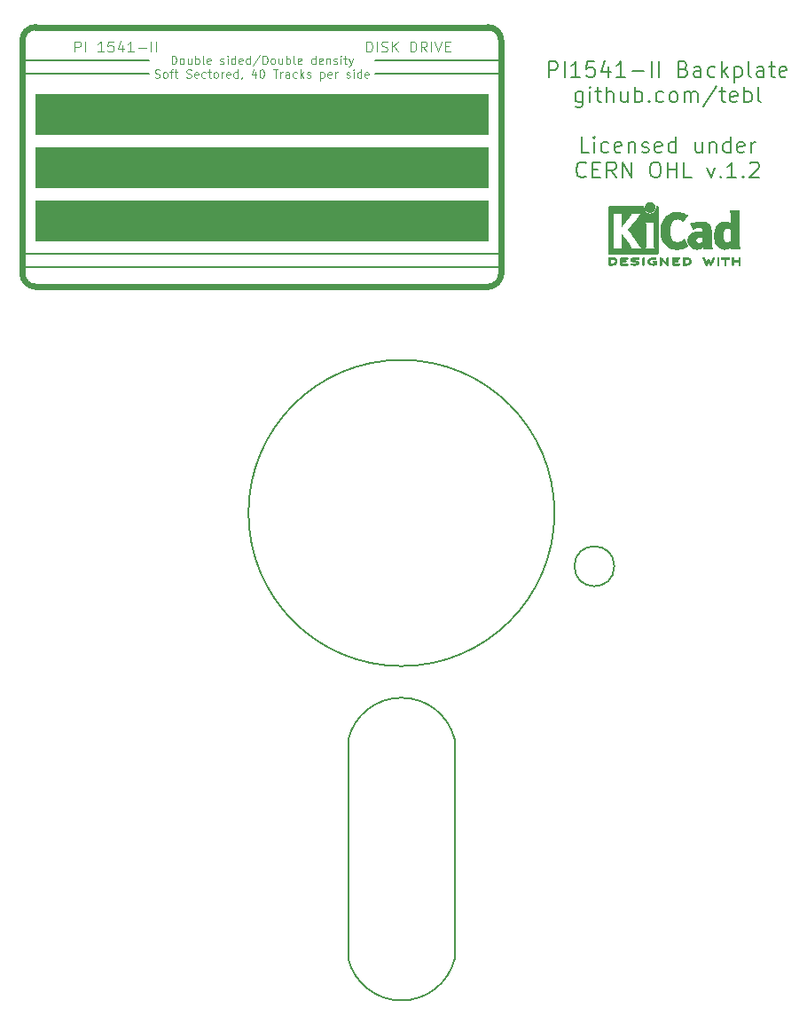
<source format=gto>
G04 #@! TF.GenerationSoftware,KiCad,Pcbnew,(5.1.5)-3*
G04 #@! TF.CreationDate,2020-06-19T22:28:29+02:00*
G04 #@! TF.ProjectId,C64 Pi1541-II Backplate,43363420-5069-4313-9534-312d49492042,rev?*
G04 #@! TF.SameCoordinates,Original*
G04 #@! TF.FileFunction,Legend,Top*
G04 #@! TF.FilePolarity,Positive*
%FSLAX46Y46*%
G04 Gerber Fmt 4.6, Leading zero omitted, Abs format (unit mm)*
G04 Created by KiCad (PCBNEW (5.1.5)-3) date 2020-06-19 22:28:29*
%MOMM*%
%LPD*%
G04 APERTURE LIST*
%ADD10C,0.100000*%
%ADD11C,0.150000*%
%ADD12C,0.600000*%
%ADD13C,0.010000*%
G04 APERTURE END LIST*
D10*
G36*
X129540000Y-67310000D02*
G01*
X86360000Y-67310000D01*
X86360000Y-63500000D01*
X129540000Y-63500000D01*
X129540000Y-67310000D01*
G37*
X129540000Y-67310000D02*
X86360000Y-67310000D01*
X86360000Y-63500000D01*
X129540000Y-63500000D01*
X129540000Y-67310000D01*
G36*
X129540000Y-72390000D02*
G01*
X86360000Y-72390000D01*
X86360000Y-68580000D01*
X129540000Y-68580000D01*
X129540000Y-72390000D01*
G37*
X129540000Y-72390000D02*
X86360000Y-72390000D01*
X86360000Y-68580000D01*
X129540000Y-68580000D01*
X129540000Y-72390000D01*
G36*
X129540000Y-77470000D02*
G01*
X86360000Y-77470000D01*
X86360000Y-73660000D01*
X129540000Y-73660000D01*
X129540000Y-77470000D01*
G37*
X129540000Y-77470000D02*
X86360000Y-77470000D01*
X86360000Y-73660000D01*
X129540000Y-73660000D01*
X129540000Y-77470000D01*
D11*
X116205000Y-125095000D02*
G75*
G02X126365000Y-125095000I5080000J-1270000D01*
G01*
X135890000Y-103505000D02*
G75*
G03X135890000Y-103505000I-14605000J0D01*
G01*
X141605000Y-108585000D02*
G75*
G03X141605000Y-108585000I-1905000J0D01*
G01*
D10*
X117943809Y-59507380D02*
X117943809Y-58507380D01*
X118181904Y-58507380D01*
X118324761Y-58555000D01*
X118420000Y-58650238D01*
X118467619Y-58745476D01*
X118515238Y-58935952D01*
X118515238Y-59078809D01*
X118467619Y-59269285D01*
X118420000Y-59364523D01*
X118324761Y-59459761D01*
X118181904Y-59507380D01*
X117943809Y-59507380D01*
X118943809Y-59507380D02*
X118943809Y-58507380D01*
X119372380Y-59459761D02*
X119515238Y-59507380D01*
X119753333Y-59507380D01*
X119848571Y-59459761D01*
X119896190Y-59412142D01*
X119943809Y-59316904D01*
X119943809Y-59221666D01*
X119896190Y-59126428D01*
X119848571Y-59078809D01*
X119753333Y-59031190D01*
X119562857Y-58983571D01*
X119467619Y-58935952D01*
X119420000Y-58888333D01*
X119372380Y-58793095D01*
X119372380Y-58697857D01*
X119420000Y-58602619D01*
X119467619Y-58555000D01*
X119562857Y-58507380D01*
X119800952Y-58507380D01*
X119943809Y-58555000D01*
X120372380Y-59507380D02*
X120372380Y-58507380D01*
X120943809Y-59507380D02*
X120515238Y-58935952D01*
X120943809Y-58507380D02*
X120372380Y-59078809D01*
X122134285Y-59507380D02*
X122134285Y-58507380D01*
X122372380Y-58507380D01*
X122515238Y-58555000D01*
X122610476Y-58650238D01*
X122658095Y-58745476D01*
X122705714Y-58935952D01*
X122705714Y-59078809D01*
X122658095Y-59269285D01*
X122610476Y-59364523D01*
X122515238Y-59459761D01*
X122372380Y-59507380D01*
X122134285Y-59507380D01*
X123705714Y-59507380D02*
X123372380Y-59031190D01*
X123134285Y-59507380D02*
X123134285Y-58507380D01*
X123515238Y-58507380D01*
X123610476Y-58555000D01*
X123658095Y-58602619D01*
X123705714Y-58697857D01*
X123705714Y-58840714D01*
X123658095Y-58935952D01*
X123610476Y-58983571D01*
X123515238Y-59031190D01*
X123134285Y-59031190D01*
X124134285Y-59507380D02*
X124134285Y-58507380D01*
X124467619Y-58507380D02*
X124800952Y-59507380D01*
X125134285Y-58507380D01*
X125467619Y-58983571D02*
X125800952Y-58983571D01*
X125943809Y-59507380D02*
X125467619Y-59507380D01*
X125467619Y-58507380D01*
X125943809Y-58507380D01*
X90099047Y-59507380D02*
X90099047Y-58507380D01*
X90480000Y-58507380D01*
X90575238Y-58555000D01*
X90622857Y-58602619D01*
X90670476Y-58697857D01*
X90670476Y-58840714D01*
X90622857Y-58935952D01*
X90575238Y-58983571D01*
X90480000Y-59031190D01*
X90099047Y-59031190D01*
X91099047Y-59507380D02*
X91099047Y-58507380D01*
X92860952Y-59507380D02*
X92289523Y-59507380D01*
X92575238Y-59507380D02*
X92575238Y-58507380D01*
X92480000Y-58650238D01*
X92384761Y-58745476D01*
X92289523Y-58793095D01*
X93765714Y-58507380D02*
X93289523Y-58507380D01*
X93241904Y-58983571D01*
X93289523Y-58935952D01*
X93384761Y-58888333D01*
X93622857Y-58888333D01*
X93718095Y-58935952D01*
X93765714Y-58983571D01*
X93813333Y-59078809D01*
X93813333Y-59316904D01*
X93765714Y-59412142D01*
X93718095Y-59459761D01*
X93622857Y-59507380D01*
X93384761Y-59507380D01*
X93289523Y-59459761D01*
X93241904Y-59412142D01*
X94670476Y-58840714D02*
X94670476Y-59507380D01*
X94432380Y-58459761D02*
X94194285Y-59174047D01*
X94813333Y-59174047D01*
X95718095Y-59507380D02*
X95146666Y-59507380D01*
X95432380Y-59507380D02*
X95432380Y-58507380D01*
X95337142Y-58650238D01*
X95241904Y-58745476D01*
X95146666Y-58793095D01*
X96146666Y-59126428D02*
X96908571Y-59126428D01*
X97384761Y-59507380D02*
X97384761Y-58507380D01*
X97860952Y-59507380D02*
X97860952Y-58507380D01*
D11*
X85090000Y-78740000D02*
X130810000Y-78740000D01*
X85090000Y-80010000D02*
X130810000Y-80010000D01*
D10*
X99340476Y-60671904D02*
X99340476Y-59871904D01*
X99530952Y-59871904D01*
X99645238Y-59910000D01*
X99721428Y-59986190D01*
X99759523Y-60062380D01*
X99797619Y-60214761D01*
X99797619Y-60329047D01*
X99759523Y-60481428D01*
X99721428Y-60557619D01*
X99645238Y-60633809D01*
X99530952Y-60671904D01*
X99340476Y-60671904D01*
X100254761Y-60671904D02*
X100178571Y-60633809D01*
X100140476Y-60595714D01*
X100102380Y-60519523D01*
X100102380Y-60290952D01*
X100140476Y-60214761D01*
X100178571Y-60176666D01*
X100254761Y-60138571D01*
X100369047Y-60138571D01*
X100445238Y-60176666D01*
X100483333Y-60214761D01*
X100521428Y-60290952D01*
X100521428Y-60519523D01*
X100483333Y-60595714D01*
X100445238Y-60633809D01*
X100369047Y-60671904D01*
X100254761Y-60671904D01*
X101207142Y-60138571D02*
X101207142Y-60671904D01*
X100864285Y-60138571D02*
X100864285Y-60557619D01*
X100902380Y-60633809D01*
X100978571Y-60671904D01*
X101092857Y-60671904D01*
X101169047Y-60633809D01*
X101207142Y-60595714D01*
X101588095Y-60671904D02*
X101588095Y-59871904D01*
X101588095Y-60176666D02*
X101664285Y-60138571D01*
X101816666Y-60138571D01*
X101892857Y-60176666D01*
X101930952Y-60214761D01*
X101969047Y-60290952D01*
X101969047Y-60519523D01*
X101930952Y-60595714D01*
X101892857Y-60633809D01*
X101816666Y-60671904D01*
X101664285Y-60671904D01*
X101588095Y-60633809D01*
X102426190Y-60671904D02*
X102350000Y-60633809D01*
X102311904Y-60557619D01*
X102311904Y-59871904D01*
X103035714Y-60633809D02*
X102959523Y-60671904D01*
X102807142Y-60671904D01*
X102730952Y-60633809D01*
X102692857Y-60557619D01*
X102692857Y-60252857D01*
X102730952Y-60176666D01*
X102807142Y-60138571D01*
X102959523Y-60138571D01*
X103035714Y-60176666D01*
X103073809Y-60252857D01*
X103073809Y-60329047D01*
X102692857Y-60405238D01*
X103988095Y-60633809D02*
X104064285Y-60671904D01*
X104216666Y-60671904D01*
X104292857Y-60633809D01*
X104330952Y-60557619D01*
X104330952Y-60519523D01*
X104292857Y-60443333D01*
X104216666Y-60405238D01*
X104102380Y-60405238D01*
X104026190Y-60367142D01*
X103988095Y-60290952D01*
X103988095Y-60252857D01*
X104026190Y-60176666D01*
X104102380Y-60138571D01*
X104216666Y-60138571D01*
X104292857Y-60176666D01*
X104673809Y-60671904D02*
X104673809Y-60138571D01*
X104673809Y-59871904D02*
X104635714Y-59910000D01*
X104673809Y-59948095D01*
X104711904Y-59910000D01*
X104673809Y-59871904D01*
X104673809Y-59948095D01*
X105397619Y-60671904D02*
X105397619Y-59871904D01*
X105397619Y-60633809D02*
X105321428Y-60671904D01*
X105169047Y-60671904D01*
X105092857Y-60633809D01*
X105054761Y-60595714D01*
X105016666Y-60519523D01*
X105016666Y-60290952D01*
X105054761Y-60214761D01*
X105092857Y-60176666D01*
X105169047Y-60138571D01*
X105321428Y-60138571D01*
X105397619Y-60176666D01*
X106083333Y-60633809D02*
X106007142Y-60671904D01*
X105854761Y-60671904D01*
X105778571Y-60633809D01*
X105740476Y-60557619D01*
X105740476Y-60252857D01*
X105778571Y-60176666D01*
X105854761Y-60138571D01*
X106007142Y-60138571D01*
X106083333Y-60176666D01*
X106121428Y-60252857D01*
X106121428Y-60329047D01*
X105740476Y-60405238D01*
X106807142Y-60671904D02*
X106807142Y-59871904D01*
X106807142Y-60633809D02*
X106730952Y-60671904D01*
X106578571Y-60671904D01*
X106502380Y-60633809D01*
X106464285Y-60595714D01*
X106426190Y-60519523D01*
X106426190Y-60290952D01*
X106464285Y-60214761D01*
X106502380Y-60176666D01*
X106578571Y-60138571D01*
X106730952Y-60138571D01*
X106807142Y-60176666D01*
X107759523Y-59833809D02*
X107073809Y-60862380D01*
X108026190Y-60671904D02*
X108026190Y-59871904D01*
X108216666Y-59871904D01*
X108330952Y-59910000D01*
X108407142Y-59986190D01*
X108445238Y-60062380D01*
X108483333Y-60214761D01*
X108483333Y-60329047D01*
X108445238Y-60481428D01*
X108407142Y-60557619D01*
X108330952Y-60633809D01*
X108216666Y-60671904D01*
X108026190Y-60671904D01*
X108940476Y-60671904D02*
X108864285Y-60633809D01*
X108826190Y-60595714D01*
X108788095Y-60519523D01*
X108788095Y-60290952D01*
X108826190Y-60214761D01*
X108864285Y-60176666D01*
X108940476Y-60138571D01*
X109054761Y-60138571D01*
X109130952Y-60176666D01*
X109169047Y-60214761D01*
X109207142Y-60290952D01*
X109207142Y-60519523D01*
X109169047Y-60595714D01*
X109130952Y-60633809D01*
X109054761Y-60671904D01*
X108940476Y-60671904D01*
X109892857Y-60138571D02*
X109892857Y-60671904D01*
X109550000Y-60138571D02*
X109550000Y-60557619D01*
X109588095Y-60633809D01*
X109664285Y-60671904D01*
X109778571Y-60671904D01*
X109854761Y-60633809D01*
X109892857Y-60595714D01*
X110273809Y-60671904D02*
X110273809Y-59871904D01*
X110273809Y-60176666D02*
X110350000Y-60138571D01*
X110502380Y-60138571D01*
X110578571Y-60176666D01*
X110616666Y-60214761D01*
X110654761Y-60290952D01*
X110654761Y-60519523D01*
X110616666Y-60595714D01*
X110578571Y-60633809D01*
X110502380Y-60671904D01*
X110350000Y-60671904D01*
X110273809Y-60633809D01*
X111111904Y-60671904D02*
X111035714Y-60633809D01*
X110997619Y-60557619D01*
X110997619Y-59871904D01*
X111721428Y-60633809D02*
X111645238Y-60671904D01*
X111492857Y-60671904D01*
X111416666Y-60633809D01*
X111378571Y-60557619D01*
X111378571Y-60252857D01*
X111416666Y-60176666D01*
X111492857Y-60138571D01*
X111645238Y-60138571D01*
X111721428Y-60176666D01*
X111759523Y-60252857D01*
X111759523Y-60329047D01*
X111378571Y-60405238D01*
X113054761Y-60671904D02*
X113054761Y-59871904D01*
X113054761Y-60633809D02*
X112978571Y-60671904D01*
X112826190Y-60671904D01*
X112750000Y-60633809D01*
X112711904Y-60595714D01*
X112673809Y-60519523D01*
X112673809Y-60290952D01*
X112711904Y-60214761D01*
X112750000Y-60176666D01*
X112826190Y-60138571D01*
X112978571Y-60138571D01*
X113054761Y-60176666D01*
X113740476Y-60633809D02*
X113664285Y-60671904D01*
X113511904Y-60671904D01*
X113435714Y-60633809D01*
X113397619Y-60557619D01*
X113397619Y-60252857D01*
X113435714Y-60176666D01*
X113511904Y-60138571D01*
X113664285Y-60138571D01*
X113740476Y-60176666D01*
X113778571Y-60252857D01*
X113778571Y-60329047D01*
X113397619Y-60405238D01*
X114121428Y-60138571D02*
X114121428Y-60671904D01*
X114121428Y-60214761D02*
X114159523Y-60176666D01*
X114235714Y-60138571D01*
X114350000Y-60138571D01*
X114426190Y-60176666D01*
X114464285Y-60252857D01*
X114464285Y-60671904D01*
X114807142Y-60633809D02*
X114883333Y-60671904D01*
X115035714Y-60671904D01*
X115111904Y-60633809D01*
X115150000Y-60557619D01*
X115150000Y-60519523D01*
X115111904Y-60443333D01*
X115035714Y-60405238D01*
X114921428Y-60405238D01*
X114845238Y-60367142D01*
X114807142Y-60290952D01*
X114807142Y-60252857D01*
X114845238Y-60176666D01*
X114921428Y-60138571D01*
X115035714Y-60138571D01*
X115111904Y-60176666D01*
X115492857Y-60671904D02*
X115492857Y-60138571D01*
X115492857Y-59871904D02*
X115454761Y-59910000D01*
X115492857Y-59948095D01*
X115530952Y-59910000D01*
X115492857Y-59871904D01*
X115492857Y-59948095D01*
X115759523Y-60138571D02*
X116064285Y-60138571D01*
X115873809Y-59871904D02*
X115873809Y-60557619D01*
X115911904Y-60633809D01*
X115988095Y-60671904D01*
X116064285Y-60671904D01*
X116254761Y-60138571D02*
X116445238Y-60671904D01*
X116635714Y-60138571D02*
X116445238Y-60671904D01*
X116369047Y-60862380D01*
X116330952Y-60900476D01*
X116254761Y-60938571D01*
X97740476Y-61933809D02*
X97854761Y-61971904D01*
X98045238Y-61971904D01*
X98121428Y-61933809D01*
X98159523Y-61895714D01*
X98197619Y-61819523D01*
X98197619Y-61743333D01*
X98159523Y-61667142D01*
X98121428Y-61629047D01*
X98045238Y-61590952D01*
X97892857Y-61552857D01*
X97816666Y-61514761D01*
X97778571Y-61476666D01*
X97740476Y-61400476D01*
X97740476Y-61324285D01*
X97778571Y-61248095D01*
X97816666Y-61210000D01*
X97892857Y-61171904D01*
X98083333Y-61171904D01*
X98197619Y-61210000D01*
X98654761Y-61971904D02*
X98578571Y-61933809D01*
X98540476Y-61895714D01*
X98502380Y-61819523D01*
X98502380Y-61590952D01*
X98540476Y-61514761D01*
X98578571Y-61476666D01*
X98654761Y-61438571D01*
X98769047Y-61438571D01*
X98845238Y-61476666D01*
X98883333Y-61514761D01*
X98921428Y-61590952D01*
X98921428Y-61819523D01*
X98883333Y-61895714D01*
X98845238Y-61933809D01*
X98769047Y-61971904D01*
X98654761Y-61971904D01*
X99150000Y-61438571D02*
X99454761Y-61438571D01*
X99264285Y-61971904D02*
X99264285Y-61286190D01*
X99302380Y-61210000D01*
X99378571Y-61171904D01*
X99454761Y-61171904D01*
X99607142Y-61438571D02*
X99911904Y-61438571D01*
X99721428Y-61171904D02*
X99721428Y-61857619D01*
X99759523Y-61933809D01*
X99835714Y-61971904D01*
X99911904Y-61971904D01*
X100750000Y-61933809D02*
X100864285Y-61971904D01*
X101054761Y-61971904D01*
X101130952Y-61933809D01*
X101169047Y-61895714D01*
X101207142Y-61819523D01*
X101207142Y-61743333D01*
X101169047Y-61667142D01*
X101130952Y-61629047D01*
X101054761Y-61590952D01*
X100902380Y-61552857D01*
X100826190Y-61514761D01*
X100788095Y-61476666D01*
X100750000Y-61400476D01*
X100750000Y-61324285D01*
X100788095Y-61248095D01*
X100826190Y-61210000D01*
X100902380Y-61171904D01*
X101092857Y-61171904D01*
X101207142Y-61210000D01*
X101854761Y-61933809D02*
X101778571Y-61971904D01*
X101626190Y-61971904D01*
X101550000Y-61933809D01*
X101511904Y-61857619D01*
X101511904Y-61552857D01*
X101550000Y-61476666D01*
X101626190Y-61438571D01*
X101778571Y-61438571D01*
X101854761Y-61476666D01*
X101892857Y-61552857D01*
X101892857Y-61629047D01*
X101511904Y-61705238D01*
X102578571Y-61933809D02*
X102502380Y-61971904D01*
X102350000Y-61971904D01*
X102273809Y-61933809D01*
X102235714Y-61895714D01*
X102197619Y-61819523D01*
X102197619Y-61590952D01*
X102235714Y-61514761D01*
X102273809Y-61476666D01*
X102350000Y-61438571D01*
X102502380Y-61438571D01*
X102578571Y-61476666D01*
X102807142Y-61438571D02*
X103111904Y-61438571D01*
X102921428Y-61171904D02*
X102921428Y-61857619D01*
X102959523Y-61933809D01*
X103035714Y-61971904D01*
X103111904Y-61971904D01*
X103492857Y-61971904D02*
X103416666Y-61933809D01*
X103378571Y-61895714D01*
X103340476Y-61819523D01*
X103340476Y-61590952D01*
X103378571Y-61514761D01*
X103416666Y-61476666D01*
X103492857Y-61438571D01*
X103607142Y-61438571D01*
X103683333Y-61476666D01*
X103721428Y-61514761D01*
X103759523Y-61590952D01*
X103759523Y-61819523D01*
X103721428Y-61895714D01*
X103683333Y-61933809D01*
X103607142Y-61971904D01*
X103492857Y-61971904D01*
X104102380Y-61971904D02*
X104102380Y-61438571D01*
X104102380Y-61590952D02*
X104140476Y-61514761D01*
X104178571Y-61476666D01*
X104254761Y-61438571D01*
X104330952Y-61438571D01*
X104902380Y-61933809D02*
X104826190Y-61971904D01*
X104673809Y-61971904D01*
X104597619Y-61933809D01*
X104559523Y-61857619D01*
X104559523Y-61552857D01*
X104597619Y-61476666D01*
X104673809Y-61438571D01*
X104826190Y-61438571D01*
X104902380Y-61476666D01*
X104940476Y-61552857D01*
X104940476Y-61629047D01*
X104559523Y-61705238D01*
X105626190Y-61971904D02*
X105626190Y-61171904D01*
X105626190Y-61933809D02*
X105550000Y-61971904D01*
X105397619Y-61971904D01*
X105321428Y-61933809D01*
X105283333Y-61895714D01*
X105245238Y-61819523D01*
X105245238Y-61590952D01*
X105283333Y-61514761D01*
X105321428Y-61476666D01*
X105397619Y-61438571D01*
X105550000Y-61438571D01*
X105626190Y-61476666D01*
X106045238Y-61933809D02*
X106045238Y-61971904D01*
X106007142Y-62048095D01*
X105969047Y-62086190D01*
X107340476Y-61438571D02*
X107340476Y-61971904D01*
X107150000Y-61133809D02*
X106959523Y-61705238D01*
X107454761Y-61705238D01*
X107911904Y-61171904D02*
X107988095Y-61171904D01*
X108064285Y-61210000D01*
X108102380Y-61248095D01*
X108140476Y-61324285D01*
X108178571Y-61476666D01*
X108178571Y-61667142D01*
X108140476Y-61819523D01*
X108102380Y-61895714D01*
X108064285Y-61933809D01*
X107988095Y-61971904D01*
X107911904Y-61971904D01*
X107835714Y-61933809D01*
X107797619Y-61895714D01*
X107759523Y-61819523D01*
X107721428Y-61667142D01*
X107721428Y-61476666D01*
X107759523Y-61324285D01*
X107797619Y-61248095D01*
X107835714Y-61210000D01*
X107911904Y-61171904D01*
X109016666Y-61171904D02*
X109473809Y-61171904D01*
X109245238Y-61971904D02*
X109245238Y-61171904D01*
X109740476Y-61971904D02*
X109740476Y-61438571D01*
X109740476Y-61590952D02*
X109778571Y-61514761D01*
X109816666Y-61476666D01*
X109892857Y-61438571D01*
X109969047Y-61438571D01*
X110578571Y-61971904D02*
X110578571Y-61552857D01*
X110540476Y-61476666D01*
X110464285Y-61438571D01*
X110311904Y-61438571D01*
X110235714Y-61476666D01*
X110578571Y-61933809D02*
X110502380Y-61971904D01*
X110311904Y-61971904D01*
X110235714Y-61933809D01*
X110197619Y-61857619D01*
X110197619Y-61781428D01*
X110235714Y-61705238D01*
X110311904Y-61667142D01*
X110502380Y-61667142D01*
X110578571Y-61629047D01*
X111302380Y-61933809D02*
X111226190Y-61971904D01*
X111073809Y-61971904D01*
X110997619Y-61933809D01*
X110959523Y-61895714D01*
X110921428Y-61819523D01*
X110921428Y-61590952D01*
X110959523Y-61514761D01*
X110997619Y-61476666D01*
X111073809Y-61438571D01*
X111226190Y-61438571D01*
X111302380Y-61476666D01*
X111645238Y-61971904D02*
X111645238Y-61171904D01*
X111721428Y-61667142D02*
X111950000Y-61971904D01*
X111950000Y-61438571D02*
X111645238Y-61743333D01*
X112254761Y-61933809D02*
X112330952Y-61971904D01*
X112483333Y-61971904D01*
X112559523Y-61933809D01*
X112597619Y-61857619D01*
X112597619Y-61819523D01*
X112559523Y-61743333D01*
X112483333Y-61705238D01*
X112369047Y-61705238D01*
X112292857Y-61667142D01*
X112254761Y-61590952D01*
X112254761Y-61552857D01*
X112292857Y-61476666D01*
X112369047Y-61438571D01*
X112483333Y-61438571D01*
X112559523Y-61476666D01*
X113550000Y-61438571D02*
X113550000Y-62238571D01*
X113550000Y-61476666D02*
X113626190Y-61438571D01*
X113778571Y-61438571D01*
X113854761Y-61476666D01*
X113892857Y-61514761D01*
X113930952Y-61590952D01*
X113930952Y-61819523D01*
X113892857Y-61895714D01*
X113854761Y-61933809D01*
X113778571Y-61971904D01*
X113626190Y-61971904D01*
X113550000Y-61933809D01*
X114578571Y-61933809D02*
X114502380Y-61971904D01*
X114350000Y-61971904D01*
X114273809Y-61933809D01*
X114235714Y-61857619D01*
X114235714Y-61552857D01*
X114273809Y-61476666D01*
X114350000Y-61438571D01*
X114502380Y-61438571D01*
X114578571Y-61476666D01*
X114616666Y-61552857D01*
X114616666Y-61629047D01*
X114235714Y-61705238D01*
X114959523Y-61971904D02*
X114959523Y-61438571D01*
X114959523Y-61590952D02*
X114997619Y-61514761D01*
X115035714Y-61476666D01*
X115111904Y-61438571D01*
X115188095Y-61438571D01*
X116026190Y-61933809D02*
X116102380Y-61971904D01*
X116254761Y-61971904D01*
X116330952Y-61933809D01*
X116369047Y-61857619D01*
X116369047Y-61819523D01*
X116330952Y-61743333D01*
X116254761Y-61705238D01*
X116140476Y-61705238D01*
X116064285Y-61667142D01*
X116026190Y-61590952D01*
X116026190Y-61552857D01*
X116064285Y-61476666D01*
X116140476Y-61438571D01*
X116254761Y-61438571D01*
X116330952Y-61476666D01*
X116711904Y-61971904D02*
X116711904Y-61438571D01*
X116711904Y-61171904D02*
X116673809Y-61210000D01*
X116711904Y-61248095D01*
X116750000Y-61210000D01*
X116711904Y-61171904D01*
X116711904Y-61248095D01*
X117435714Y-61971904D02*
X117435714Y-61171904D01*
X117435714Y-61933809D02*
X117359523Y-61971904D01*
X117207142Y-61971904D01*
X117130952Y-61933809D01*
X117092857Y-61895714D01*
X117054761Y-61819523D01*
X117054761Y-61590952D01*
X117092857Y-61514761D01*
X117130952Y-61476666D01*
X117207142Y-61438571D01*
X117359523Y-61438571D01*
X117435714Y-61476666D01*
X118121428Y-61933809D02*
X118045238Y-61971904D01*
X117892857Y-61971904D01*
X117816666Y-61933809D01*
X117778571Y-61857619D01*
X117778571Y-61552857D01*
X117816666Y-61476666D01*
X117892857Y-61438571D01*
X118045238Y-61438571D01*
X118121428Y-61476666D01*
X118159523Y-61552857D01*
X118159523Y-61629047D01*
X117778571Y-61705238D01*
D11*
X118745000Y-60325000D02*
X130810000Y-60325000D01*
X118745000Y-61595000D02*
X130810000Y-61595000D01*
X97155000Y-61595000D02*
X85090000Y-61595000D01*
X85090000Y-60325000D02*
X97155000Y-60325000D01*
D12*
X85090000Y-80645000D02*
X85090000Y-58420000D01*
X129540000Y-81915000D02*
X86360000Y-81915000D01*
X130810000Y-58420000D02*
X130810000Y-80645000D01*
X86360000Y-57150000D02*
X129540000Y-57150000D01*
X86360000Y-81915000D02*
G75*
G02X85090000Y-80645000I0J1270000D01*
G01*
X130810000Y-80645000D02*
G75*
G02X129540000Y-81915000I-1270000J0D01*
G01*
X129540000Y-57150000D02*
G75*
G02X130810000Y-58420000I0J-1270000D01*
G01*
X85090000Y-58420000D02*
G75*
G02X86360000Y-57150000I1270000J0D01*
G01*
D11*
X126365000Y-125095000D02*
X126365000Y-146050000D01*
X116205000Y-146050000D02*
X116205000Y-125095000D01*
X126365000Y-146050000D02*
G75*
G02X116205000Y-146050000I-5080000J1270000D01*
G01*
X135363571Y-61918571D02*
X135363571Y-60418571D01*
X135935000Y-60418571D01*
X136077857Y-60490000D01*
X136149285Y-60561428D01*
X136220714Y-60704285D01*
X136220714Y-60918571D01*
X136149285Y-61061428D01*
X136077857Y-61132857D01*
X135935000Y-61204285D01*
X135363571Y-61204285D01*
X136863571Y-61918571D02*
X136863571Y-60418571D01*
X138363571Y-61918571D02*
X137506428Y-61918571D01*
X137935000Y-61918571D02*
X137935000Y-60418571D01*
X137792142Y-60632857D01*
X137649285Y-60775714D01*
X137506428Y-60847142D01*
X139720714Y-60418571D02*
X139006428Y-60418571D01*
X138935000Y-61132857D01*
X139006428Y-61061428D01*
X139149285Y-60990000D01*
X139506428Y-60990000D01*
X139649285Y-61061428D01*
X139720714Y-61132857D01*
X139792142Y-61275714D01*
X139792142Y-61632857D01*
X139720714Y-61775714D01*
X139649285Y-61847142D01*
X139506428Y-61918571D01*
X139149285Y-61918571D01*
X139006428Y-61847142D01*
X138935000Y-61775714D01*
X141077857Y-60918571D02*
X141077857Y-61918571D01*
X140720714Y-60347142D02*
X140363571Y-61418571D01*
X141292142Y-61418571D01*
X142649285Y-61918571D02*
X141792142Y-61918571D01*
X142220714Y-61918571D02*
X142220714Y-60418571D01*
X142077857Y-60632857D01*
X141935000Y-60775714D01*
X141792142Y-60847142D01*
X143292142Y-61347142D02*
X144435000Y-61347142D01*
X145149285Y-61918571D02*
X145149285Y-60418571D01*
X145863571Y-61918571D02*
X145863571Y-60418571D01*
X148220714Y-61132857D02*
X148435000Y-61204285D01*
X148506428Y-61275714D01*
X148577857Y-61418571D01*
X148577857Y-61632857D01*
X148506428Y-61775714D01*
X148435000Y-61847142D01*
X148292142Y-61918571D01*
X147720714Y-61918571D01*
X147720714Y-60418571D01*
X148220714Y-60418571D01*
X148363571Y-60490000D01*
X148435000Y-60561428D01*
X148506428Y-60704285D01*
X148506428Y-60847142D01*
X148435000Y-60990000D01*
X148363571Y-61061428D01*
X148220714Y-61132857D01*
X147720714Y-61132857D01*
X149863571Y-61918571D02*
X149863571Y-61132857D01*
X149792142Y-60990000D01*
X149649285Y-60918571D01*
X149363571Y-60918571D01*
X149220714Y-60990000D01*
X149863571Y-61847142D02*
X149720714Y-61918571D01*
X149363571Y-61918571D01*
X149220714Y-61847142D01*
X149149285Y-61704285D01*
X149149285Y-61561428D01*
X149220714Y-61418571D01*
X149363571Y-61347142D01*
X149720714Y-61347142D01*
X149863571Y-61275714D01*
X151220714Y-61847142D02*
X151077857Y-61918571D01*
X150792142Y-61918571D01*
X150649285Y-61847142D01*
X150577857Y-61775714D01*
X150506428Y-61632857D01*
X150506428Y-61204285D01*
X150577857Y-61061428D01*
X150649285Y-60990000D01*
X150792142Y-60918571D01*
X151077857Y-60918571D01*
X151220714Y-60990000D01*
X151863571Y-61918571D02*
X151863571Y-60418571D01*
X152006428Y-61347142D02*
X152435000Y-61918571D01*
X152435000Y-60918571D02*
X151863571Y-61490000D01*
X153077857Y-60918571D02*
X153077857Y-62418571D01*
X153077857Y-60990000D02*
X153220714Y-60918571D01*
X153506428Y-60918571D01*
X153649285Y-60990000D01*
X153720714Y-61061428D01*
X153792142Y-61204285D01*
X153792142Y-61632857D01*
X153720714Y-61775714D01*
X153649285Y-61847142D01*
X153506428Y-61918571D01*
X153220714Y-61918571D01*
X153077857Y-61847142D01*
X154649285Y-61918571D02*
X154506428Y-61847142D01*
X154435000Y-61704285D01*
X154435000Y-60418571D01*
X155863571Y-61918571D02*
X155863571Y-61132857D01*
X155792142Y-60990000D01*
X155649285Y-60918571D01*
X155363571Y-60918571D01*
X155220714Y-60990000D01*
X155863571Y-61847142D02*
X155720714Y-61918571D01*
X155363571Y-61918571D01*
X155220714Y-61847142D01*
X155149285Y-61704285D01*
X155149285Y-61561428D01*
X155220714Y-61418571D01*
X155363571Y-61347142D01*
X155720714Y-61347142D01*
X155863571Y-61275714D01*
X156363571Y-60918571D02*
X156935000Y-60918571D01*
X156577857Y-60418571D02*
X156577857Y-61704285D01*
X156649285Y-61847142D01*
X156792142Y-61918571D01*
X156935000Y-61918571D01*
X158006428Y-61847142D02*
X157863571Y-61918571D01*
X157577857Y-61918571D01*
X157435000Y-61847142D01*
X157363571Y-61704285D01*
X157363571Y-61132857D01*
X157435000Y-60990000D01*
X157577857Y-60918571D01*
X157863571Y-60918571D01*
X158006428Y-60990000D01*
X158077857Y-61132857D01*
X158077857Y-61275714D01*
X157363571Y-61418571D01*
X138577857Y-63318571D02*
X138577857Y-64532857D01*
X138506428Y-64675714D01*
X138435000Y-64747142D01*
X138292142Y-64818571D01*
X138077857Y-64818571D01*
X137935000Y-64747142D01*
X138577857Y-64247142D02*
X138435000Y-64318571D01*
X138149285Y-64318571D01*
X138006428Y-64247142D01*
X137935000Y-64175714D01*
X137863571Y-64032857D01*
X137863571Y-63604285D01*
X137935000Y-63461428D01*
X138006428Y-63390000D01*
X138149285Y-63318571D01*
X138435000Y-63318571D01*
X138577857Y-63390000D01*
X139292142Y-64318571D02*
X139292142Y-63318571D01*
X139292142Y-62818571D02*
X139220714Y-62890000D01*
X139292142Y-62961428D01*
X139363571Y-62890000D01*
X139292142Y-62818571D01*
X139292142Y-62961428D01*
X139792142Y-63318571D02*
X140363571Y-63318571D01*
X140006428Y-62818571D02*
X140006428Y-64104285D01*
X140077857Y-64247142D01*
X140220714Y-64318571D01*
X140363571Y-64318571D01*
X140863571Y-64318571D02*
X140863571Y-62818571D01*
X141506428Y-64318571D02*
X141506428Y-63532857D01*
X141435000Y-63390000D01*
X141292142Y-63318571D01*
X141077857Y-63318571D01*
X140935000Y-63390000D01*
X140863571Y-63461428D01*
X142863571Y-63318571D02*
X142863571Y-64318571D01*
X142220714Y-63318571D02*
X142220714Y-64104285D01*
X142292142Y-64247142D01*
X142435000Y-64318571D01*
X142649285Y-64318571D01*
X142792142Y-64247142D01*
X142863571Y-64175714D01*
X143577857Y-64318571D02*
X143577857Y-62818571D01*
X143577857Y-63390000D02*
X143720714Y-63318571D01*
X144006428Y-63318571D01*
X144149285Y-63390000D01*
X144220714Y-63461428D01*
X144292142Y-63604285D01*
X144292142Y-64032857D01*
X144220714Y-64175714D01*
X144149285Y-64247142D01*
X144006428Y-64318571D01*
X143720714Y-64318571D01*
X143577857Y-64247142D01*
X144935000Y-64175714D02*
X145006428Y-64247142D01*
X144935000Y-64318571D01*
X144863571Y-64247142D01*
X144935000Y-64175714D01*
X144935000Y-64318571D01*
X146292142Y-64247142D02*
X146149285Y-64318571D01*
X145863571Y-64318571D01*
X145720714Y-64247142D01*
X145649285Y-64175714D01*
X145577857Y-64032857D01*
X145577857Y-63604285D01*
X145649285Y-63461428D01*
X145720714Y-63390000D01*
X145863571Y-63318571D01*
X146149285Y-63318571D01*
X146292142Y-63390000D01*
X147149285Y-64318571D02*
X147006428Y-64247142D01*
X146935000Y-64175714D01*
X146863571Y-64032857D01*
X146863571Y-63604285D01*
X146935000Y-63461428D01*
X147006428Y-63390000D01*
X147149285Y-63318571D01*
X147363571Y-63318571D01*
X147506428Y-63390000D01*
X147577857Y-63461428D01*
X147649285Y-63604285D01*
X147649285Y-64032857D01*
X147577857Y-64175714D01*
X147506428Y-64247142D01*
X147363571Y-64318571D01*
X147149285Y-64318571D01*
X148292142Y-64318571D02*
X148292142Y-63318571D01*
X148292142Y-63461428D02*
X148363571Y-63390000D01*
X148506428Y-63318571D01*
X148720714Y-63318571D01*
X148863571Y-63390000D01*
X148935000Y-63532857D01*
X148935000Y-64318571D01*
X148935000Y-63532857D02*
X149006428Y-63390000D01*
X149149285Y-63318571D01*
X149363571Y-63318571D01*
X149506428Y-63390000D01*
X149577857Y-63532857D01*
X149577857Y-64318571D01*
X151363571Y-62747142D02*
X150077857Y-64675714D01*
X151649285Y-63318571D02*
X152220714Y-63318571D01*
X151863571Y-62818571D02*
X151863571Y-64104285D01*
X151935000Y-64247142D01*
X152077857Y-64318571D01*
X152220714Y-64318571D01*
X153292142Y-64247142D02*
X153149285Y-64318571D01*
X152863571Y-64318571D01*
X152720714Y-64247142D01*
X152649285Y-64104285D01*
X152649285Y-63532857D01*
X152720714Y-63390000D01*
X152863571Y-63318571D01*
X153149285Y-63318571D01*
X153292142Y-63390000D01*
X153363571Y-63532857D01*
X153363571Y-63675714D01*
X152649285Y-63818571D01*
X154006428Y-64318571D02*
X154006428Y-62818571D01*
X154006428Y-63390000D02*
X154149285Y-63318571D01*
X154435000Y-63318571D01*
X154577857Y-63390000D01*
X154649285Y-63461428D01*
X154720714Y-63604285D01*
X154720714Y-64032857D01*
X154649285Y-64175714D01*
X154577857Y-64247142D01*
X154435000Y-64318571D01*
X154149285Y-64318571D01*
X154006428Y-64247142D01*
X155577857Y-64318571D02*
X155435000Y-64247142D01*
X155363571Y-64104285D01*
X155363571Y-62818571D01*
X139185000Y-69118571D02*
X138470714Y-69118571D01*
X138470714Y-67618571D01*
X139685000Y-69118571D02*
X139685000Y-68118571D01*
X139685000Y-67618571D02*
X139613571Y-67690000D01*
X139685000Y-67761428D01*
X139756428Y-67690000D01*
X139685000Y-67618571D01*
X139685000Y-67761428D01*
X141042142Y-69047142D02*
X140899285Y-69118571D01*
X140613571Y-69118571D01*
X140470714Y-69047142D01*
X140399285Y-68975714D01*
X140327857Y-68832857D01*
X140327857Y-68404285D01*
X140399285Y-68261428D01*
X140470714Y-68190000D01*
X140613571Y-68118571D01*
X140899285Y-68118571D01*
X141042142Y-68190000D01*
X142256428Y-69047142D02*
X142113571Y-69118571D01*
X141827857Y-69118571D01*
X141685000Y-69047142D01*
X141613571Y-68904285D01*
X141613571Y-68332857D01*
X141685000Y-68190000D01*
X141827857Y-68118571D01*
X142113571Y-68118571D01*
X142256428Y-68190000D01*
X142327857Y-68332857D01*
X142327857Y-68475714D01*
X141613571Y-68618571D01*
X142970714Y-68118571D02*
X142970714Y-69118571D01*
X142970714Y-68261428D02*
X143042142Y-68190000D01*
X143185000Y-68118571D01*
X143399285Y-68118571D01*
X143542142Y-68190000D01*
X143613571Y-68332857D01*
X143613571Y-69118571D01*
X144256428Y-69047142D02*
X144399285Y-69118571D01*
X144685000Y-69118571D01*
X144827857Y-69047142D01*
X144899285Y-68904285D01*
X144899285Y-68832857D01*
X144827857Y-68690000D01*
X144685000Y-68618571D01*
X144470714Y-68618571D01*
X144327857Y-68547142D01*
X144256428Y-68404285D01*
X144256428Y-68332857D01*
X144327857Y-68190000D01*
X144470714Y-68118571D01*
X144685000Y-68118571D01*
X144827857Y-68190000D01*
X146113571Y-69047142D02*
X145970714Y-69118571D01*
X145685000Y-69118571D01*
X145542142Y-69047142D01*
X145470714Y-68904285D01*
X145470714Y-68332857D01*
X145542142Y-68190000D01*
X145685000Y-68118571D01*
X145970714Y-68118571D01*
X146113571Y-68190000D01*
X146185000Y-68332857D01*
X146185000Y-68475714D01*
X145470714Y-68618571D01*
X147470714Y-69118571D02*
X147470714Y-67618571D01*
X147470714Y-69047142D02*
X147327857Y-69118571D01*
X147042142Y-69118571D01*
X146899285Y-69047142D01*
X146827857Y-68975714D01*
X146756428Y-68832857D01*
X146756428Y-68404285D01*
X146827857Y-68261428D01*
X146899285Y-68190000D01*
X147042142Y-68118571D01*
X147327857Y-68118571D01*
X147470714Y-68190000D01*
X149970714Y-68118571D02*
X149970714Y-69118571D01*
X149327857Y-68118571D02*
X149327857Y-68904285D01*
X149399285Y-69047142D01*
X149542142Y-69118571D01*
X149756428Y-69118571D01*
X149899285Y-69047142D01*
X149970714Y-68975714D01*
X150685000Y-68118571D02*
X150685000Y-69118571D01*
X150685000Y-68261428D02*
X150756428Y-68190000D01*
X150899285Y-68118571D01*
X151113571Y-68118571D01*
X151256428Y-68190000D01*
X151327857Y-68332857D01*
X151327857Y-69118571D01*
X152685000Y-69118571D02*
X152685000Y-67618571D01*
X152685000Y-69047142D02*
X152542142Y-69118571D01*
X152256428Y-69118571D01*
X152113571Y-69047142D01*
X152042142Y-68975714D01*
X151970714Y-68832857D01*
X151970714Y-68404285D01*
X152042142Y-68261428D01*
X152113571Y-68190000D01*
X152256428Y-68118571D01*
X152542142Y-68118571D01*
X152685000Y-68190000D01*
X153970714Y-69047142D02*
X153827857Y-69118571D01*
X153542142Y-69118571D01*
X153399285Y-69047142D01*
X153327857Y-68904285D01*
X153327857Y-68332857D01*
X153399285Y-68190000D01*
X153542142Y-68118571D01*
X153827857Y-68118571D01*
X153970714Y-68190000D01*
X154042142Y-68332857D01*
X154042142Y-68475714D01*
X153327857Y-68618571D01*
X154685000Y-69118571D02*
X154685000Y-68118571D01*
X154685000Y-68404285D02*
X154756428Y-68261428D01*
X154827857Y-68190000D01*
X154970714Y-68118571D01*
X155113571Y-68118571D01*
X138899285Y-71375714D02*
X138827857Y-71447142D01*
X138613571Y-71518571D01*
X138470714Y-71518571D01*
X138256428Y-71447142D01*
X138113571Y-71304285D01*
X138042142Y-71161428D01*
X137970714Y-70875714D01*
X137970714Y-70661428D01*
X138042142Y-70375714D01*
X138113571Y-70232857D01*
X138256428Y-70090000D01*
X138470714Y-70018571D01*
X138613571Y-70018571D01*
X138827857Y-70090000D01*
X138899285Y-70161428D01*
X139542142Y-70732857D02*
X140042142Y-70732857D01*
X140256428Y-71518571D02*
X139542142Y-71518571D01*
X139542142Y-70018571D01*
X140256428Y-70018571D01*
X141756428Y-71518571D02*
X141256428Y-70804285D01*
X140899285Y-71518571D02*
X140899285Y-70018571D01*
X141470714Y-70018571D01*
X141613571Y-70090000D01*
X141685000Y-70161428D01*
X141756428Y-70304285D01*
X141756428Y-70518571D01*
X141685000Y-70661428D01*
X141613571Y-70732857D01*
X141470714Y-70804285D01*
X140899285Y-70804285D01*
X142399285Y-71518571D02*
X142399285Y-70018571D01*
X143256428Y-71518571D01*
X143256428Y-70018571D01*
X145399285Y-70018571D02*
X145685000Y-70018571D01*
X145827857Y-70090000D01*
X145970714Y-70232857D01*
X146042142Y-70518571D01*
X146042142Y-71018571D01*
X145970714Y-71304285D01*
X145827857Y-71447142D01*
X145685000Y-71518571D01*
X145399285Y-71518571D01*
X145256428Y-71447142D01*
X145113571Y-71304285D01*
X145042142Y-71018571D01*
X145042142Y-70518571D01*
X145113571Y-70232857D01*
X145256428Y-70090000D01*
X145399285Y-70018571D01*
X146685000Y-71518571D02*
X146685000Y-70018571D01*
X146685000Y-70732857D02*
X147542142Y-70732857D01*
X147542142Y-71518571D02*
X147542142Y-70018571D01*
X148970714Y-71518571D02*
X148256428Y-71518571D01*
X148256428Y-70018571D01*
X150470714Y-70518571D02*
X150827857Y-71518571D01*
X151185000Y-70518571D01*
X151756428Y-71375714D02*
X151827857Y-71447142D01*
X151756428Y-71518571D01*
X151685000Y-71447142D01*
X151756428Y-71375714D01*
X151756428Y-71518571D01*
X153256428Y-71518571D02*
X152399285Y-71518571D01*
X152827857Y-71518571D02*
X152827857Y-70018571D01*
X152685000Y-70232857D01*
X152542142Y-70375714D01*
X152399285Y-70447142D01*
X153899285Y-71375714D02*
X153970714Y-71447142D01*
X153899285Y-71518571D01*
X153827857Y-71447142D01*
X153899285Y-71375714D01*
X153899285Y-71518571D01*
X154542142Y-70161428D02*
X154613571Y-70090000D01*
X154756428Y-70018571D01*
X155113571Y-70018571D01*
X155256428Y-70090000D01*
X155327857Y-70161428D01*
X155399285Y-70304285D01*
X155399285Y-70447142D01*
X155327857Y-70661428D01*
X154470714Y-71518571D01*
X155399285Y-71518571D01*
D13*
G36*
X145046957Y-73861571D02*
G01*
X145143232Y-73885809D01*
X145229816Y-73928641D01*
X145304627Y-73988419D01*
X145365582Y-74063494D01*
X145410601Y-74152220D01*
X145436864Y-74248530D01*
X145442714Y-74345795D01*
X145427860Y-74439654D01*
X145394160Y-74527511D01*
X145343472Y-74606770D01*
X145277655Y-74674836D01*
X145198566Y-74729112D01*
X145108066Y-74767002D01*
X145056800Y-74779426D01*
X145012302Y-74786947D01*
X144978001Y-74789919D01*
X144945040Y-74788094D01*
X144904566Y-74781225D01*
X144871469Y-74774250D01*
X144778053Y-74742741D01*
X144694381Y-74691617D01*
X144622335Y-74622429D01*
X144563800Y-74536728D01*
X144549852Y-74509489D01*
X144533414Y-74473122D01*
X144523106Y-74442582D01*
X144517540Y-74410450D01*
X144515331Y-74369307D01*
X144515052Y-74323222D01*
X144519139Y-74238865D01*
X144532554Y-74169586D01*
X144557744Y-74108961D01*
X144597154Y-74050567D01*
X144635702Y-74006302D01*
X144707594Y-73940484D01*
X144782687Y-73895053D01*
X144865438Y-73867850D01*
X144943072Y-73857576D01*
X145046957Y-73861571D01*
G37*
X145046957Y-73861571D02*
X145143232Y-73885809D01*
X145229816Y-73928641D01*
X145304627Y-73988419D01*
X145365582Y-74063494D01*
X145410601Y-74152220D01*
X145436864Y-74248530D01*
X145442714Y-74345795D01*
X145427860Y-74439654D01*
X145394160Y-74527511D01*
X145343472Y-74606770D01*
X145277655Y-74674836D01*
X145198566Y-74729112D01*
X145108066Y-74767002D01*
X145056800Y-74779426D01*
X145012302Y-74786947D01*
X144978001Y-74789919D01*
X144945040Y-74788094D01*
X144904566Y-74781225D01*
X144871469Y-74774250D01*
X144778053Y-74742741D01*
X144694381Y-74691617D01*
X144622335Y-74622429D01*
X144563800Y-74536728D01*
X144549852Y-74509489D01*
X144533414Y-74473122D01*
X144523106Y-74442582D01*
X144517540Y-74410450D01*
X144515331Y-74369307D01*
X144515052Y-74323222D01*
X144519139Y-74238865D01*
X144532554Y-74169586D01*
X144557744Y-74108961D01*
X144597154Y-74050567D01*
X144635702Y-74006302D01*
X144707594Y-73940484D01*
X144782687Y-73895053D01*
X144865438Y-73867850D01*
X144943072Y-73857576D01*
X145046957Y-73861571D01*
G36*
X153506507Y-76307245D02*
G01*
X153506526Y-76541662D01*
X153506552Y-76754603D01*
X153506625Y-76947168D01*
X153506782Y-77120459D01*
X153507064Y-77275576D01*
X153507509Y-77413620D01*
X153508156Y-77535692D01*
X153509045Y-77642894D01*
X153510213Y-77736326D01*
X153511701Y-77817090D01*
X153513546Y-77886286D01*
X153515789Y-77945015D01*
X153518469Y-77994379D01*
X153521623Y-78035478D01*
X153525292Y-78069413D01*
X153529513Y-78097286D01*
X153534327Y-78120198D01*
X153539773Y-78139249D01*
X153545888Y-78155540D01*
X153552712Y-78170173D01*
X153560285Y-78184249D01*
X153568645Y-78198868D01*
X153573839Y-78207974D01*
X153608104Y-78268689D01*
X152749955Y-78268689D01*
X152749955Y-78172733D01*
X152749224Y-78129370D01*
X152747272Y-78096205D01*
X152744463Y-78078424D01*
X152743221Y-78076778D01*
X152731799Y-78083662D01*
X152709084Y-78101505D01*
X152686385Y-78120879D01*
X152631800Y-78161614D01*
X152562321Y-78202617D01*
X152485270Y-78240123D01*
X152407965Y-78270364D01*
X152377113Y-78280012D01*
X152308616Y-78294578D01*
X152225764Y-78304539D01*
X152136371Y-78309583D01*
X152048248Y-78309396D01*
X151969207Y-78303666D01*
X151931511Y-78297858D01*
X151793414Y-78259797D01*
X151666113Y-78202073D01*
X151550292Y-78125211D01*
X151446637Y-78029739D01*
X151355833Y-77916179D01*
X151289031Y-77805381D01*
X151234164Y-77688625D01*
X151192163Y-77569276D01*
X151162167Y-77443283D01*
X151143311Y-77306594D01*
X151134732Y-77155158D01*
X151134006Y-77077711D01*
X151136100Y-77020934D01*
X151965217Y-77020934D01*
X151965424Y-77114002D01*
X151968337Y-77201692D01*
X151974000Y-77278772D01*
X151982455Y-77340009D01*
X151985038Y-77352350D01*
X152016840Y-77459633D01*
X152058498Y-77546658D01*
X152110363Y-77613642D01*
X152172781Y-77660805D01*
X152246100Y-77688365D01*
X152330669Y-77696541D01*
X152426835Y-77685551D01*
X152490311Y-77669829D01*
X152539454Y-77651639D01*
X152593583Y-77625791D01*
X152634244Y-77602089D01*
X152704800Y-77555721D01*
X152704800Y-76405530D01*
X152637392Y-76361962D01*
X152558867Y-76321040D01*
X152474681Y-76294389D01*
X152389557Y-76282465D01*
X152308216Y-76285722D01*
X152235380Y-76304615D01*
X152203426Y-76320184D01*
X152145501Y-76363181D01*
X152096544Y-76419953D01*
X152055390Y-76492575D01*
X152020874Y-76583121D01*
X151991833Y-76693666D01*
X151990552Y-76699533D01*
X151980381Y-76761788D01*
X151972739Y-76839594D01*
X151967670Y-76927720D01*
X151965217Y-77020934D01*
X151136100Y-77020934D01*
X151141857Y-76864895D01*
X151163802Y-76669059D01*
X151199786Y-76490332D01*
X151249759Y-76328845D01*
X151313668Y-76184726D01*
X151391462Y-76058106D01*
X151483089Y-75949115D01*
X151588497Y-75857883D01*
X151633662Y-75826932D01*
X151734611Y-75770785D01*
X151837901Y-75731174D01*
X151947989Y-75707014D01*
X152069330Y-75697219D01*
X152161836Y-75698265D01*
X152291490Y-75709231D01*
X152404084Y-75731046D01*
X152502875Y-75764714D01*
X152591121Y-75811236D01*
X152639986Y-75845448D01*
X152669353Y-75867362D01*
X152691043Y-75882333D01*
X152699253Y-75886733D01*
X152700868Y-75875904D01*
X152702159Y-75845251D01*
X152703138Y-75797526D01*
X152703817Y-75735479D01*
X152704210Y-75661862D01*
X152704330Y-75579427D01*
X152704188Y-75490925D01*
X152703797Y-75399107D01*
X152703171Y-75306724D01*
X152702320Y-75216528D01*
X152701260Y-75131271D01*
X152700001Y-75053703D01*
X152698556Y-74986576D01*
X152696938Y-74932641D01*
X152695161Y-74894650D01*
X152694669Y-74887667D01*
X152687092Y-74817251D01*
X152675531Y-74762102D01*
X152657792Y-74714981D01*
X152631682Y-74668647D01*
X152625415Y-74659067D01*
X152600983Y-74622378D01*
X153506311Y-74622378D01*
X153506507Y-76307245D01*
G37*
X153506507Y-76307245D02*
X153506526Y-76541662D01*
X153506552Y-76754603D01*
X153506625Y-76947168D01*
X153506782Y-77120459D01*
X153507064Y-77275576D01*
X153507509Y-77413620D01*
X153508156Y-77535692D01*
X153509045Y-77642894D01*
X153510213Y-77736326D01*
X153511701Y-77817090D01*
X153513546Y-77886286D01*
X153515789Y-77945015D01*
X153518469Y-77994379D01*
X153521623Y-78035478D01*
X153525292Y-78069413D01*
X153529513Y-78097286D01*
X153534327Y-78120198D01*
X153539773Y-78139249D01*
X153545888Y-78155540D01*
X153552712Y-78170173D01*
X153560285Y-78184249D01*
X153568645Y-78198868D01*
X153573839Y-78207974D01*
X153608104Y-78268689D01*
X152749955Y-78268689D01*
X152749955Y-78172733D01*
X152749224Y-78129370D01*
X152747272Y-78096205D01*
X152744463Y-78078424D01*
X152743221Y-78076778D01*
X152731799Y-78083662D01*
X152709084Y-78101505D01*
X152686385Y-78120879D01*
X152631800Y-78161614D01*
X152562321Y-78202617D01*
X152485270Y-78240123D01*
X152407965Y-78270364D01*
X152377113Y-78280012D01*
X152308616Y-78294578D01*
X152225764Y-78304539D01*
X152136371Y-78309583D01*
X152048248Y-78309396D01*
X151969207Y-78303666D01*
X151931511Y-78297858D01*
X151793414Y-78259797D01*
X151666113Y-78202073D01*
X151550292Y-78125211D01*
X151446637Y-78029739D01*
X151355833Y-77916179D01*
X151289031Y-77805381D01*
X151234164Y-77688625D01*
X151192163Y-77569276D01*
X151162167Y-77443283D01*
X151143311Y-77306594D01*
X151134732Y-77155158D01*
X151134006Y-77077711D01*
X151136100Y-77020934D01*
X151965217Y-77020934D01*
X151965424Y-77114002D01*
X151968337Y-77201692D01*
X151974000Y-77278772D01*
X151982455Y-77340009D01*
X151985038Y-77352350D01*
X152016840Y-77459633D01*
X152058498Y-77546658D01*
X152110363Y-77613642D01*
X152172781Y-77660805D01*
X152246100Y-77688365D01*
X152330669Y-77696541D01*
X152426835Y-77685551D01*
X152490311Y-77669829D01*
X152539454Y-77651639D01*
X152593583Y-77625791D01*
X152634244Y-77602089D01*
X152704800Y-77555721D01*
X152704800Y-76405530D01*
X152637392Y-76361962D01*
X152558867Y-76321040D01*
X152474681Y-76294389D01*
X152389557Y-76282465D01*
X152308216Y-76285722D01*
X152235380Y-76304615D01*
X152203426Y-76320184D01*
X152145501Y-76363181D01*
X152096544Y-76419953D01*
X152055390Y-76492575D01*
X152020874Y-76583121D01*
X151991833Y-76693666D01*
X151990552Y-76699533D01*
X151980381Y-76761788D01*
X151972739Y-76839594D01*
X151967670Y-76927720D01*
X151965217Y-77020934D01*
X151136100Y-77020934D01*
X151141857Y-76864895D01*
X151163802Y-76669059D01*
X151199786Y-76490332D01*
X151249759Y-76328845D01*
X151313668Y-76184726D01*
X151391462Y-76058106D01*
X151483089Y-75949115D01*
X151588497Y-75857883D01*
X151633662Y-75826932D01*
X151734611Y-75770785D01*
X151837901Y-75731174D01*
X151947989Y-75707014D01*
X152069330Y-75697219D01*
X152161836Y-75698265D01*
X152291490Y-75709231D01*
X152404084Y-75731046D01*
X152502875Y-75764714D01*
X152591121Y-75811236D01*
X152639986Y-75845448D01*
X152669353Y-75867362D01*
X152691043Y-75882333D01*
X152699253Y-75886733D01*
X152700868Y-75875904D01*
X152702159Y-75845251D01*
X152703138Y-75797526D01*
X152703817Y-75735479D01*
X152704210Y-75661862D01*
X152704330Y-75579427D01*
X152704188Y-75490925D01*
X152703797Y-75399107D01*
X152703171Y-75306724D01*
X152702320Y-75216528D01*
X152701260Y-75131271D01*
X152700001Y-75053703D01*
X152698556Y-74986576D01*
X152696938Y-74932641D01*
X152695161Y-74894650D01*
X152694669Y-74887667D01*
X152687092Y-74817251D01*
X152675531Y-74762102D01*
X152657792Y-74714981D01*
X152631682Y-74668647D01*
X152625415Y-74659067D01*
X152600983Y-74622378D01*
X153506311Y-74622378D01*
X153506507Y-76307245D01*
G36*
X149993574Y-75701552D02*
G01*
X150145492Y-75721567D01*
X150280756Y-75755202D01*
X150400239Y-75802725D01*
X150504815Y-75864405D01*
X150582424Y-75927965D01*
X150651265Y-76002099D01*
X150705006Y-76081871D01*
X150747910Y-76174091D01*
X150763384Y-76217161D01*
X150776244Y-76256142D01*
X150787446Y-76292289D01*
X150797120Y-76327434D01*
X150805396Y-76363410D01*
X150812403Y-76402050D01*
X150818272Y-76445185D01*
X150823131Y-76494649D01*
X150827110Y-76552273D01*
X150830340Y-76619891D01*
X150832949Y-76699334D01*
X150835067Y-76792436D01*
X150836824Y-76901027D01*
X150838349Y-77026942D01*
X150839772Y-77172012D01*
X150841025Y-77314778D01*
X150842351Y-77470968D01*
X150843556Y-77606239D01*
X150844766Y-77722246D01*
X150846106Y-77820645D01*
X150847700Y-77903093D01*
X150849675Y-77971246D01*
X150852156Y-78026760D01*
X150855269Y-78071292D01*
X150859138Y-78106498D01*
X150863889Y-78134034D01*
X150869648Y-78155556D01*
X150876539Y-78172722D01*
X150884689Y-78187186D01*
X150894223Y-78200606D01*
X150905266Y-78214638D01*
X150909566Y-78220071D01*
X150925386Y-78242910D01*
X150932422Y-78258463D01*
X150932444Y-78258922D01*
X150921567Y-78261121D01*
X150890582Y-78263147D01*
X150841957Y-78264942D01*
X150778163Y-78266451D01*
X150701669Y-78267616D01*
X150614944Y-78268380D01*
X150520457Y-78268686D01*
X150509550Y-78268689D01*
X150086657Y-78268689D01*
X150083395Y-78172622D01*
X150080133Y-78076556D01*
X150018044Y-78127543D01*
X149920714Y-78195057D01*
X149810813Y-78249749D01*
X149724349Y-78279978D01*
X149655278Y-78294666D01*
X149571925Y-78304659D01*
X149482159Y-78309646D01*
X149393845Y-78309313D01*
X149314851Y-78303351D01*
X149278622Y-78297638D01*
X149138603Y-78259776D01*
X149012178Y-78204932D01*
X148900260Y-78133924D01*
X148803762Y-78047568D01*
X148723600Y-77946679D01*
X148660687Y-77832076D01*
X148616312Y-77705984D01*
X148603978Y-77649401D01*
X148596368Y-77587202D01*
X148592739Y-77512363D01*
X148592245Y-77478467D01*
X148592310Y-77475282D01*
X149352248Y-77475282D01*
X149361541Y-77550333D01*
X149389728Y-77614160D01*
X149438197Y-77669798D01*
X149443254Y-77674211D01*
X149491548Y-77709037D01*
X149543257Y-77731620D01*
X149603989Y-77743540D01*
X149679352Y-77746383D01*
X149697459Y-77745978D01*
X149751278Y-77743325D01*
X149791308Y-77737909D01*
X149826324Y-77727745D01*
X149865103Y-77710850D01*
X149875745Y-77705672D01*
X149936396Y-77669844D01*
X149983215Y-77627212D01*
X149995952Y-77611973D01*
X150040622Y-77555462D01*
X150040622Y-77359586D01*
X150040086Y-77280939D01*
X150038396Y-77222988D01*
X150035428Y-77183875D01*
X150031057Y-77161741D01*
X150026972Y-77155274D01*
X150011047Y-77152111D01*
X149977264Y-77149488D01*
X149930340Y-77147655D01*
X149874993Y-77146857D01*
X149866106Y-77146842D01*
X149745330Y-77152096D01*
X149642660Y-77168263D01*
X149556106Y-77195961D01*
X149483681Y-77235808D01*
X149428751Y-77282758D01*
X149384204Y-77340645D01*
X149359480Y-77403693D01*
X149352248Y-77475282D01*
X148592310Y-77475282D01*
X148594178Y-77384712D01*
X148602522Y-77305812D01*
X148618768Y-77234590D01*
X148644405Y-77163864D01*
X148668401Y-77111493D01*
X148727020Y-77016196D01*
X148805117Y-76928170D01*
X148900315Y-76849017D01*
X149010238Y-76780340D01*
X149132510Y-76723741D01*
X149264755Y-76680821D01*
X149329422Y-76665882D01*
X149465604Y-76643777D01*
X149614049Y-76629194D01*
X149765505Y-76622813D01*
X149892064Y-76624445D01*
X150053950Y-76631224D01*
X150046530Y-76572245D01*
X150027238Y-76473092D01*
X149996104Y-76392372D01*
X149952269Y-76329466D01*
X149894871Y-76283756D01*
X149823048Y-76254622D01*
X149735941Y-76241447D01*
X149632686Y-76243611D01*
X149594711Y-76247612D01*
X149453520Y-76272780D01*
X149316707Y-76313814D01*
X149222178Y-76351815D01*
X149177018Y-76371190D01*
X149138585Y-76386760D01*
X149112234Y-76396405D01*
X149104546Y-76398452D01*
X149094802Y-76389374D01*
X149078083Y-76360405D01*
X149054232Y-76311217D01*
X149023093Y-76241484D01*
X148984507Y-76150879D01*
X148977910Y-76135089D01*
X148947853Y-76062772D01*
X148920874Y-75997425D01*
X148898136Y-75941906D01*
X148880806Y-75899072D01*
X148870048Y-75871781D01*
X148866941Y-75862942D01*
X148876940Y-75858187D01*
X148903217Y-75852910D01*
X148931489Y-75849231D01*
X148961646Y-75844474D01*
X149009433Y-75835028D01*
X149070612Y-75821820D01*
X149140946Y-75805776D01*
X149216194Y-75787820D01*
X149244755Y-75780797D01*
X149349816Y-75755209D01*
X149437480Y-75735147D01*
X149512068Y-75719969D01*
X149577903Y-75709035D01*
X149639307Y-75701704D01*
X149700602Y-75697335D01*
X149766110Y-75695287D01*
X149824128Y-75694889D01*
X149993574Y-75701552D01*
G37*
X149993574Y-75701552D02*
X150145492Y-75721567D01*
X150280756Y-75755202D01*
X150400239Y-75802725D01*
X150504815Y-75864405D01*
X150582424Y-75927965D01*
X150651265Y-76002099D01*
X150705006Y-76081871D01*
X150747910Y-76174091D01*
X150763384Y-76217161D01*
X150776244Y-76256142D01*
X150787446Y-76292289D01*
X150797120Y-76327434D01*
X150805396Y-76363410D01*
X150812403Y-76402050D01*
X150818272Y-76445185D01*
X150823131Y-76494649D01*
X150827110Y-76552273D01*
X150830340Y-76619891D01*
X150832949Y-76699334D01*
X150835067Y-76792436D01*
X150836824Y-76901027D01*
X150838349Y-77026942D01*
X150839772Y-77172012D01*
X150841025Y-77314778D01*
X150842351Y-77470968D01*
X150843556Y-77606239D01*
X150844766Y-77722246D01*
X150846106Y-77820645D01*
X150847700Y-77903093D01*
X150849675Y-77971246D01*
X150852156Y-78026760D01*
X150855269Y-78071292D01*
X150859138Y-78106498D01*
X150863889Y-78134034D01*
X150869648Y-78155556D01*
X150876539Y-78172722D01*
X150884689Y-78187186D01*
X150894223Y-78200606D01*
X150905266Y-78214638D01*
X150909566Y-78220071D01*
X150925386Y-78242910D01*
X150932422Y-78258463D01*
X150932444Y-78258922D01*
X150921567Y-78261121D01*
X150890582Y-78263147D01*
X150841957Y-78264942D01*
X150778163Y-78266451D01*
X150701669Y-78267616D01*
X150614944Y-78268380D01*
X150520457Y-78268686D01*
X150509550Y-78268689D01*
X150086657Y-78268689D01*
X150083395Y-78172622D01*
X150080133Y-78076556D01*
X150018044Y-78127543D01*
X149920714Y-78195057D01*
X149810813Y-78249749D01*
X149724349Y-78279978D01*
X149655278Y-78294666D01*
X149571925Y-78304659D01*
X149482159Y-78309646D01*
X149393845Y-78309313D01*
X149314851Y-78303351D01*
X149278622Y-78297638D01*
X149138603Y-78259776D01*
X149012178Y-78204932D01*
X148900260Y-78133924D01*
X148803762Y-78047568D01*
X148723600Y-77946679D01*
X148660687Y-77832076D01*
X148616312Y-77705984D01*
X148603978Y-77649401D01*
X148596368Y-77587202D01*
X148592739Y-77512363D01*
X148592245Y-77478467D01*
X148592310Y-77475282D01*
X149352248Y-77475282D01*
X149361541Y-77550333D01*
X149389728Y-77614160D01*
X149438197Y-77669798D01*
X149443254Y-77674211D01*
X149491548Y-77709037D01*
X149543257Y-77731620D01*
X149603989Y-77743540D01*
X149679352Y-77746383D01*
X149697459Y-77745978D01*
X149751278Y-77743325D01*
X149791308Y-77737909D01*
X149826324Y-77727745D01*
X149865103Y-77710850D01*
X149875745Y-77705672D01*
X149936396Y-77669844D01*
X149983215Y-77627212D01*
X149995952Y-77611973D01*
X150040622Y-77555462D01*
X150040622Y-77359586D01*
X150040086Y-77280939D01*
X150038396Y-77222988D01*
X150035428Y-77183875D01*
X150031057Y-77161741D01*
X150026972Y-77155274D01*
X150011047Y-77152111D01*
X149977264Y-77149488D01*
X149930340Y-77147655D01*
X149874993Y-77146857D01*
X149866106Y-77146842D01*
X149745330Y-77152096D01*
X149642660Y-77168263D01*
X149556106Y-77195961D01*
X149483681Y-77235808D01*
X149428751Y-77282758D01*
X149384204Y-77340645D01*
X149359480Y-77403693D01*
X149352248Y-77475282D01*
X148592310Y-77475282D01*
X148594178Y-77384712D01*
X148602522Y-77305812D01*
X148618768Y-77234590D01*
X148644405Y-77163864D01*
X148668401Y-77111493D01*
X148727020Y-77016196D01*
X148805117Y-76928170D01*
X148900315Y-76849017D01*
X149010238Y-76780340D01*
X149132510Y-76723741D01*
X149264755Y-76680821D01*
X149329422Y-76665882D01*
X149465604Y-76643777D01*
X149614049Y-76629194D01*
X149765505Y-76622813D01*
X149892064Y-76624445D01*
X150053950Y-76631224D01*
X150046530Y-76572245D01*
X150027238Y-76473092D01*
X149996104Y-76392372D01*
X149952269Y-76329466D01*
X149894871Y-76283756D01*
X149823048Y-76254622D01*
X149735941Y-76241447D01*
X149632686Y-76243611D01*
X149594711Y-76247612D01*
X149453520Y-76272780D01*
X149316707Y-76313814D01*
X149222178Y-76351815D01*
X149177018Y-76371190D01*
X149138585Y-76386760D01*
X149112234Y-76396405D01*
X149104546Y-76398452D01*
X149094802Y-76389374D01*
X149078083Y-76360405D01*
X149054232Y-76311217D01*
X149023093Y-76241484D01*
X148984507Y-76150879D01*
X148977910Y-76135089D01*
X148947853Y-76062772D01*
X148920874Y-75997425D01*
X148898136Y-75941906D01*
X148880806Y-75899072D01*
X148870048Y-75871781D01*
X148866941Y-75862942D01*
X148876940Y-75858187D01*
X148903217Y-75852910D01*
X148931489Y-75849231D01*
X148961646Y-75844474D01*
X149009433Y-75835028D01*
X149070612Y-75821820D01*
X149140946Y-75805776D01*
X149216194Y-75787820D01*
X149244755Y-75780797D01*
X149349816Y-75755209D01*
X149437480Y-75735147D01*
X149512068Y-75719969D01*
X149577903Y-75709035D01*
X149639307Y-75701704D01*
X149700602Y-75697335D01*
X149766110Y-75695287D01*
X149824128Y-75694889D01*
X149993574Y-75701552D01*
G36*
X147648429Y-74784071D02*
G01*
X147808570Y-74805245D01*
X147972510Y-74845385D01*
X148142313Y-74904889D01*
X148320043Y-74984154D01*
X148331310Y-74989699D01*
X148389005Y-75017725D01*
X148440552Y-75041802D01*
X148482191Y-75060249D01*
X148510162Y-75071386D01*
X148519733Y-75073933D01*
X148538950Y-75078941D01*
X148543561Y-75083147D01*
X148538458Y-75093580D01*
X148522418Y-75119868D01*
X148497288Y-75159257D01*
X148464914Y-75208991D01*
X148427143Y-75266315D01*
X148385822Y-75328476D01*
X148342798Y-75392718D01*
X148299917Y-75456285D01*
X148259026Y-75516425D01*
X148221971Y-75570380D01*
X148190600Y-75615397D01*
X148166759Y-75648721D01*
X148152294Y-75667597D01*
X148150309Y-75669787D01*
X148140191Y-75665138D01*
X148117850Y-75647962D01*
X148087280Y-75621440D01*
X148071536Y-75606964D01*
X147975047Y-75531682D01*
X147868336Y-75476241D01*
X147752832Y-75441141D01*
X147629962Y-75426880D01*
X147560561Y-75428051D01*
X147439423Y-75445212D01*
X147330205Y-75481094D01*
X147232582Y-75535959D01*
X147146228Y-75610070D01*
X147070815Y-75703688D01*
X147006018Y-75817076D01*
X146968601Y-75903667D01*
X146924748Y-76039366D01*
X146892428Y-76186850D01*
X146871557Y-76342314D01*
X146862051Y-76501956D01*
X146863827Y-76661973D01*
X146876803Y-76818561D01*
X146900894Y-76967918D01*
X146936018Y-77106240D01*
X146982092Y-77229724D01*
X146998373Y-77263978D01*
X147066620Y-77378064D01*
X147147079Y-77474557D01*
X147238570Y-77552670D01*
X147339911Y-77611617D01*
X147449920Y-77650612D01*
X147567415Y-77668868D01*
X147608883Y-77670211D01*
X147730441Y-77659290D01*
X147850878Y-77626474D01*
X147968666Y-77572439D01*
X148082277Y-77497865D01*
X148173685Y-77419539D01*
X148220215Y-77375008D01*
X148401483Y-77672271D01*
X148446580Y-77746433D01*
X148487819Y-77814646D01*
X148523735Y-77874459D01*
X148552866Y-77923420D01*
X148573750Y-77959079D01*
X148584924Y-77978984D01*
X148586375Y-77982079D01*
X148578146Y-77991718D01*
X148552567Y-78008999D01*
X148512873Y-78032283D01*
X148462297Y-78059934D01*
X148404074Y-78090315D01*
X148341437Y-78121790D01*
X148277621Y-78152722D01*
X148215860Y-78181473D01*
X148159388Y-78206408D01*
X148111438Y-78225889D01*
X148087986Y-78234318D01*
X147954221Y-78272133D01*
X147816327Y-78297136D01*
X147668622Y-78310140D01*
X147541833Y-78312468D01*
X147473878Y-78311373D01*
X147408277Y-78309275D01*
X147350847Y-78306434D01*
X147307403Y-78303106D01*
X147293298Y-78301422D01*
X147154284Y-78272587D01*
X147012757Y-78227468D01*
X146875275Y-78168750D01*
X146748394Y-78099120D01*
X146670889Y-78046441D01*
X146543481Y-77938239D01*
X146425178Y-77811671D01*
X146318172Y-77669866D01*
X146224652Y-77515951D01*
X146146810Y-77353053D01*
X146102956Y-77235756D01*
X146052708Y-77052128D01*
X146019209Y-76857581D01*
X146002449Y-76656325D01*
X146002416Y-76452568D01*
X146019101Y-76250521D01*
X146052493Y-76054392D01*
X146102580Y-75868391D01*
X146106397Y-75856803D01*
X146169281Y-75694750D01*
X146246028Y-75546832D01*
X146339242Y-75408865D01*
X146451527Y-75276661D01*
X146495392Y-75231399D01*
X146631534Y-75107457D01*
X146771491Y-75004915D01*
X146917411Y-74922656D01*
X147071442Y-74859564D01*
X147235732Y-74814523D01*
X147331289Y-74797033D01*
X147490023Y-74781466D01*
X147648429Y-74784071D01*
G37*
X147648429Y-74784071D02*
X147808570Y-74805245D01*
X147972510Y-74845385D01*
X148142313Y-74904889D01*
X148320043Y-74984154D01*
X148331310Y-74989699D01*
X148389005Y-75017725D01*
X148440552Y-75041802D01*
X148482191Y-75060249D01*
X148510162Y-75071386D01*
X148519733Y-75073933D01*
X148538950Y-75078941D01*
X148543561Y-75083147D01*
X148538458Y-75093580D01*
X148522418Y-75119868D01*
X148497288Y-75159257D01*
X148464914Y-75208991D01*
X148427143Y-75266315D01*
X148385822Y-75328476D01*
X148342798Y-75392718D01*
X148299917Y-75456285D01*
X148259026Y-75516425D01*
X148221971Y-75570380D01*
X148190600Y-75615397D01*
X148166759Y-75648721D01*
X148152294Y-75667597D01*
X148150309Y-75669787D01*
X148140191Y-75665138D01*
X148117850Y-75647962D01*
X148087280Y-75621440D01*
X148071536Y-75606964D01*
X147975047Y-75531682D01*
X147868336Y-75476241D01*
X147752832Y-75441141D01*
X147629962Y-75426880D01*
X147560561Y-75428051D01*
X147439423Y-75445212D01*
X147330205Y-75481094D01*
X147232582Y-75535959D01*
X147146228Y-75610070D01*
X147070815Y-75703688D01*
X147006018Y-75817076D01*
X146968601Y-75903667D01*
X146924748Y-76039366D01*
X146892428Y-76186850D01*
X146871557Y-76342314D01*
X146862051Y-76501956D01*
X146863827Y-76661973D01*
X146876803Y-76818561D01*
X146900894Y-76967918D01*
X146936018Y-77106240D01*
X146982092Y-77229724D01*
X146998373Y-77263978D01*
X147066620Y-77378064D01*
X147147079Y-77474557D01*
X147238570Y-77552670D01*
X147339911Y-77611617D01*
X147449920Y-77650612D01*
X147567415Y-77668868D01*
X147608883Y-77670211D01*
X147730441Y-77659290D01*
X147850878Y-77626474D01*
X147968666Y-77572439D01*
X148082277Y-77497865D01*
X148173685Y-77419539D01*
X148220215Y-77375008D01*
X148401483Y-77672271D01*
X148446580Y-77746433D01*
X148487819Y-77814646D01*
X148523735Y-77874459D01*
X148552866Y-77923420D01*
X148573750Y-77959079D01*
X148584924Y-77978984D01*
X148586375Y-77982079D01*
X148578146Y-77991718D01*
X148552567Y-78008999D01*
X148512873Y-78032283D01*
X148462297Y-78059934D01*
X148404074Y-78090315D01*
X148341437Y-78121790D01*
X148277621Y-78152722D01*
X148215860Y-78181473D01*
X148159388Y-78206408D01*
X148111438Y-78225889D01*
X148087986Y-78234318D01*
X147954221Y-78272133D01*
X147816327Y-78297136D01*
X147668622Y-78310140D01*
X147541833Y-78312468D01*
X147473878Y-78311373D01*
X147408277Y-78309275D01*
X147350847Y-78306434D01*
X147307403Y-78303106D01*
X147293298Y-78301422D01*
X147154284Y-78272587D01*
X147012757Y-78227468D01*
X146875275Y-78168750D01*
X146748394Y-78099120D01*
X146670889Y-78046441D01*
X146543481Y-77938239D01*
X146425178Y-77811671D01*
X146318172Y-77669866D01*
X146224652Y-77515951D01*
X146146810Y-77353053D01*
X146102956Y-77235756D01*
X146052708Y-77052128D01*
X146019209Y-76857581D01*
X146002449Y-76656325D01*
X146002416Y-76452568D01*
X146019101Y-76250521D01*
X146052493Y-76054392D01*
X146102580Y-75868391D01*
X146106397Y-75856803D01*
X146169281Y-75694750D01*
X146246028Y-75546832D01*
X146339242Y-75408865D01*
X146451527Y-75276661D01*
X146495392Y-75231399D01*
X146631534Y-75107457D01*
X146771491Y-75004915D01*
X146917411Y-74922656D01*
X147071442Y-74859564D01*
X147235732Y-74814523D01*
X147331289Y-74797033D01*
X147490023Y-74781466D01*
X147648429Y-74784071D01*
G36*
X144373600Y-74324054D02*
G01*
X144384465Y-74437993D01*
X144416082Y-74545616D01*
X144466985Y-74644615D01*
X144535707Y-74732684D01*
X144620781Y-74807516D01*
X144717768Y-74865384D01*
X144824036Y-74905005D01*
X144931050Y-74923573D01*
X145036700Y-74922434D01*
X145138875Y-74902930D01*
X145235466Y-74866406D01*
X145324362Y-74814205D01*
X145403454Y-74747673D01*
X145470631Y-74668152D01*
X145523783Y-74576987D01*
X145560801Y-74475523D01*
X145579573Y-74365102D01*
X145581511Y-74315206D01*
X145581511Y-74227267D01*
X145633440Y-74227267D01*
X145669747Y-74230111D01*
X145696645Y-74241911D01*
X145723751Y-74265649D01*
X145762133Y-74304031D01*
X145762133Y-76495602D01*
X145762124Y-76757739D01*
X145762092Y-76998241D01*
X145762028Y-77218048D01*
X145761924Y-77418101D01*
X145761773Y-77599344D01*
X145761566Y-77762716D01*
X145761294Y-77909160D01*
X145760950Y-78039617D01*
X145760526Y-78155029D01*
X145760013Y-78256338D01*
X145759403Y-78344484D01*
X145758688Y-78420410D01*
X145757860Y-78485057D01*
X145756911Y-78539367D01*
X145755833Y-78584280D01*
X145754617Y-78620740D01*
X145753255Y-78649687D01*
X145751739Y-78672063D01*
X145750062Y-78688809D01*
X145748214Y-78700868D01*
X145746187Y-78709180D01*
X145743975Y-78714687D01*
X145742892Y-78716537D01*
X145738729Y-78723549D01*
X145735195Y-78729996D01*
X145731365Y-78735900D01*
X145726318Y-78741286D01*
X145719129Y-78746178D01*
X145708877Y-78750598D01*
X145694636Y-78754572D01*
X145675486Y-78758121D01*
X145650501Y-78761270D01*
X145618760Y-78764042D01*
X145579338Y-78766461D01*
X145531314Y-78768551D01*
X145473763Y-78770335D01*
X145405763Y-78771837D01*
X145326390Y-78773080D01*
X145234721Y-78774089D01*
X145129834Y-78774885D01*
X145010804Y-78775494D01*
X144876710Y-78775939D01*
X144726627Y-78776243D01*
X144559633Y-78776430D01*
X144374804Y-78776524D01*
X144171217Y-78776548D01*
X143947950Y-78776525D01*
X143704078Y-78776480D01*
X143438679Y-78776437D01*
X143400296Y-78776432D01*
X143133318Y-78776389D01*
X142887998Y-78776318D01*
X142663417Y-78776213D01*
X142458655Y-78776066D01*
X142272794Y-78775869D01*
X142104912Y-78775616D01*
X141954092Y-78775300D01*
X141819413Y-78774913D01*
X141699956Y-78774447D01*
X141594801Y-78773897D01*
X141503029Y-78773253D01*
X141423721Y-78772511D01*
X141355957Y-78771661D01*
X141298818Y-78770697D01*
X141251383Y-78769611D01*
X141212734Y-78768397D01*
X141181951Y-78767047D01*
X141158115Y-78765555D01*
X141140306Y-78763911D01*
X141127605Y-78762111D01*
X141119092Y-78760145D01*
X141114734Y-78758477D01*
X141106272Y-78754906D01*
X141098503Y-78752270D01*
X141091398Y-78749634D01*
X141084927Y-78746062D01*
X141079061Y-78740621D01*
X141073771Y-78732375D01*
X141069026Y-78720390D01*
X141064798Y-78703731D01*
X141061057Y-78681463D01*
X141057773Y-78652652D01*
X141054917Y-78616363D01*
X141052460Y-78571661D01*
X141050371Y-78517611D01*
X141048622Y-78453279D01*
X141047183Y-78377730D01*
X141046024Y-78290030D01*
X141045117Y-78189243D01*
X141044431Y-78074434D01*
X141043937Y-77944670D01*
X141043605Y-77799015D01*
X141043407Y-77636535D01*
X141043313Y-77456295D01*
X141043292Y-77257360D01*
X141043315Y-77038796D01*
X141043354Y-76799668D01*
X141043378Y-76539040D01*
X141043378Y-76496889D01*
X141043364Y-76233992D01*
X141043339Y-75992732D01*
X141043329Y-75772165D01*
X141043358Y-75571352D01*
X141043452Y-75389349D01*
X141043638Y-75225216D01*
X141043941Y-75078011D01*
X141044386Y-74946792D01*
X141044966Y-74836867D01*
X141347803Y-74836867D01*
X141387593Y-74894711D01*
X141398764Y-74910479D01*
X141408834Y-74924441D01*
X141417862Y-74937784D01*
X141425903Y-74951693D01*
X141433014Y-74967356D01*
X141439253Y-74985958D01*
X141444675Y-75008686D01*
X141449338Y-75036727D01*
X141453299Y-75071267D01*
X141456615Y-75113492D01*
X141459341Y-75164589D01*
X141461536Y-75225744D01*
X141463255Y-75298144D01*
X141464556Y-75382975D01*
X141465495Y-75481422D01*
X141466130Y-75594674D01*
X141466516Y-75723916D01*
X141466712Y-75870334D01*
X141466773Y-76035116D01*
X141466757Y-76219447D01*
X141466720Y-76424513D01*
X141466711Y-76547133D01*
X141466735Y-76764082D01*
X141466769Y-76959642D01*
X141466757Y-77134999D01*
X141466642Y-77291341D01*
X141466370Y-77429857D01*
X141465882Y-77551734D01*
X141465124Y-77658160D01*
X141464038Y-77750322D01*
X141462569Y-77829409D01*
X141460660Y-77896608D01*
X141458256Y-77953107D01*
X141455299Y-78000093D01*
X141451734Y-78038755D01*
X141447505Y-78070280D01*
X141442554Y-78095855D01*
X141436827Y-78116670D01*
X141430267Y-78133911D01*
X141422817Y-78148765D01*
X141414421Y-78162422D01*
X141405024Y-78176069D01*
X141394568Y-78190893D01*
X141388477Y-78199783D01*
X141349704Y-78257400D01*
X141881268Y-78257400D01*
X142004517Y-78257365D01*
X142107013Y-78257215D01*
X142190580Y-78256878D01*
X142257044Y-78256286D01*
X142308229Y-78255367D01*
X142345959Y-78254051D01*
X142372060Y-78252269D01*
X142388356Y-78249951D01*
X142396672Y-78247026D01*
X142398832Y-78243424D01*
X142396661Y-78239075D01*
X142395465Y-78237645D01*
X142370315Y-78200573D01*
X142344417Y-78147772D01*
X142320808Y-78085770D01*
X142312539Y-78059357D01*
X142307922Y-78041416D01*
X142304021Y-78020355D01*
X142300752Y-77994089D01*
X142298034Y-77960532D01*
X142295785Y-77917599D01*
X142293923Y-77863204D01*
X142292364Y-77795262D01*
X142291028Y-77711688D01*
X142289831Y-77610395D01*
X142288692Y-77489300D01*
X142288315Y-77444600D01*
X142287298Y-77319449D01*
X142286540Y-77215082D01*
X142286097Y-77129707D01*
X142286030Y-77061533D01*
X142286395Y-77008765D01*
X142287252Y-76969614D01*
X142288659Y-76942285D01*
X142290675Y-76924986D01*
X142293357Y-76915926D01*
X142296764Y-76913312D01*
X142300956Y-76915351D01*
X142305429Y-76919667D01*
X142315784Y-76932602D01*
X142337842Y-76961676D01*
X142370043Y-77004759D01*
X142410826Y-77059718D01*
X142458630Y-77124423D01*
X142511895Y-77196742D01*
X142569060Y-77274544D01*
X142628563Y-77355698D01*
X142688845Y-77438072D01*
X142748345Y-77519536D01*
X142805502Y-77597957D01*
X142858755Y-77671204D01*
X142906543Y-77737147D01*
X142947307Y-77793654D01*
X142979484Y-77838593D01*
X143001515Y-77869834D01*
X143006083Y-77876466D01*
X143029004Y-77913369D01*
X143055812Y-77961359D01*
X143081211Y-78010897D01*
X143084432Y-78017577D01*
X143106110Y-78065772D01*
X143118696Y-78103334D01*
X143124426Y-78139160D01*
X143125544Y-78181200D01*
X143124910Y-78257400D01*
X144279349Y-78257400D01*
X144188185Y-78163669D01*
X144141388Y-78113775D01*
X144091101Y-78057295D01*
X144045056Y-78003026D01*
X144024631Y-77977673D01*
X143994193Y-77938128D01*
X143954138Y-77884916D01*
X143905639Y-77819667D01*
X143849865Y-77744011D01*
X143787989Y-77659577D01*
X143721181Y-77567994D01*
X143650613Y-77470892D01*
X143577455Y-77369901D01*
X143502879Y-77266650D01*
X143428056Y-77162768D01*
X143354157Y-77059885D01*
X143282354Y-76959631D01*
X143213816Y-76863636D01*
X143149716Y-76773527D01*
X143091225Y-76690936D01*
X143039514Y-76617492D01*
X142995753Y-76554824D01*
X142961115Y-76504561D01*
X142936770Y-76468334D01*
X142923889Y-76447771D01*
X142922131Y-76443668D01*
X142930090Y-76432342D01*
X142950885Y-76405162D01*
X142983153Y-76363829D01*
X143025530Y-76310044D01*
X143076653Y-76245506D01*
X143135159Y-76171918D01*
X143199686Y-76090978D01*
X143268869Y-76004388D01*
X143341347Y-75913848D01*
X143415754Y-75821060D01*
X143475483Y-75746702D01*
X144486489Y-75746702D01*
X144492398Y-75759659D01*
X144506728Y-75781908D01*
X144507775Y-75783391D01*
X144526562Y-75813544D01*
X144546209Y-75850375D01*
X144550108Y-75858511D01*
X144553644Y-75866940D01*
X144556770Y-75877059D01*
X144559514Y-75890260D01*
X144561908Y-75907938D01*
X144563981Y-75931484D01*
X144565765Y-75962293D01*
X144567288Y-76001757D01*
X144568581Y-76051269D01*
X144569674Y-76112223D01*
X144570597Y-76186011D01*
X144571381Y-76274028D01*
X144572055Y-76377665D01*
X144572650Y-76498316D01*
X144573195Y-76637374D01*
X144573721Y-76796232D01*
X144574255Y-76975089D01*
X144574794Y-77160207D01*
X144575228Y-77324145D01*
X144575491Y-77468303D01*
X144575516Y-77594079D01*
X144575235Y-77702871D01*
X144574581Y-77796077D01*
X144573486Y-77875097D01*
X144571882Y-77941328D01*
X144569703Y-77996170D01*
X144566881Y-78041021D01*
X144563349Y-78077278D01*
X144559039Y-78106341D01*
X144553883Y-78129609D01*
X144547815Y-78148479D01*
X144540767Y-78164351D01*
X144532671Y-78178622D01*
X144523460Y-78192691D01*
X144514960Y-78205158D01*
X144497824Y-78231452D01*
X144487678Y-78249037D01*
X144486489Y-78252257D01*
X144497396Y-78253334D01*
X144528589Y-78254335D01*
X144577777Y-78255235D01*
X144642667Y-78256010D01*
X144720970Y-78256637D01*
X144810393Y-78257091D01*
X144908644Y-78257349D01*
X144977555Y-78257400D01*
X145082548Y-78257180D01*
X145179390Y-78256548D01*
X145265893Y-78255549D01*
X145339868Y-78254227D01*
X145399126Y-78252626D01*
X145441480Y-78250791D01*
X145464740Y-78248765D01*
X145468622Y-78247493D01*
X145460924Y-78232591D01*
X145452926Y-78224560D01*
X145439754Y-78207434D01*
X145422515Y-78177183D01*
X145410593Y-78152622D01*
X145383955Y-78093711D01*
X145380880Y-76916845D01*
X145377805Y-75739978D01*
X144932147Y-75739978D01*
X144834330Y-75740142D01*
X144743936Y-75740611D01*
X144663370Y-75741347D01*
X144595038Y-75742316D01*
X144541344Y-75743480D01*
X144504695Y-75744803D01*
X144487496Y-75746249D01*
X144486489Y-75746702D01*
X143475483Y-75746702D01*
X143490730Y-75727722D01*
X143564910Y-75635537D01*
X143636931Y-75546204D01*
X143705431Y-75461424D01*
X143769045Y-75382898D01*
X143826412Y-75312326D01*
X143876167Y-75251409D01*
X143916948Y-75201847D01*
X143934112Y-75181178D01*
X144020404Y-75080516D01*
X144097003Y-74997259D01*
X144165817Y-74929438D01*
X144228752Y-74875089D01*
X144238133Y-74867722D01*
X144277644Y-74837117D01*
X143145884Y-74836867D01*
X143151173Y-74884844D01*
X143147870Y-74942188D01*
X143126339Y-75010463D01*
X143086365Y-75090212D01*
X143041057Y-75162495D01*
X143024839Y-75185140D01*
X142996786Y-75222696D01*
X142958570Y-75273021D01*
X142911863Y-75333973D01*
X142858339Y-75403411D01*
X142799669Y-75479194D01*
X142737525Y-75559180D01*
X142673579Y-75641228D01*
X142609505Y-75723196D01*
X142546973Y-75802943D01*
X142487657Y-75878327D01*
X142433229Y-75947207D01*
X142385361Y-76007442D01*
X142345725Y-76056889D01*
X142315994Y-76093408D01*
X142297839Y-76114858D01*
X142294780Y-76118156D01*
X142291921Y-76110149D01*
X142289707Y-76079855D01*
X142288143Y-76027556D01*
X142287233Y-75953531D01*
X142286980Y-75858063D01*
X142287387Y-75741434D01*
X142288296Y-75621445D01*
X142289618Y-75489333D01*
X142291143Y-75377594D01*
X142293119Y-75284025D01*
X142295794Y-75206419D01*
X142299418Y-75142574D01*
X142304239Y-75090283D01*
X142310506Y-75047344D01*
X142318468Y-75011551D01*
X142328373Y-74980700D01*
X142340469Y-74952586D01*
X142355007Y-74925005D01*
X142369689Y-74899966D01*
X142407686Y-74836867D01*
X141347803Y-74836867D01*
X141044966Y-74836867D01*
X141044999Y-74830617D01*
X141045805Y-74728544D01*
X141046830Y-74639633D01*
X141048100Y-74562941D01*
X141049640Y-74497527D01*
X141051476Y-74442449D01*
X141053633Y-74396765D01*
X141056137Y-74359534D01*
X141059013Y-74329813D01*
X141062287Y-74306662D01*
X141065985Y-74289139D01*
X141070131Y-74276301D01*
X141074753Y-74267208D01*
X141079874Y-74260918D01*
X141085522Y-74256488D01*
X141091721Y-74252978D01*
X141098496Y-74249445D01*
X141104492Y-74245876D01*
X141109725Y-74243300D01*
X141117901Y-74240972D01*
X141130114Y-74238878D01*
X141147459Y-74237007D01*
X141171031Y-74235347D01*
X141201923Y-74233884D01*
X141241232Y-74232608D01*
X141290050Y-74231504D01*
X141349473Y-74230561D01*
X141420596Y-74229767D01*
X141504512Y-74229109D01*
X141602317Y-74228575D01*
X141715106Y-74228153D01*
X141843971Y-74227829D01*
X141990009Y-74227592D01*
X142154314Y-74227430D01*
X142337980Y-74227330D01*
X142542103Y-74227280D01*
X142753247Y-74227267D01*
X144373600Y-74227267D01*
X144373600Y-74324054D01*
G37*
X144373600Y-74324054D02*
X144384465Y-74437993D01*
X144416082Y-74545616D01*
X144466985Y-74644615D01*
X144535707Y-74732684D01*
X144620781Y-74807516D01*
X144717768Y-74865384D01*
X144824036Y-74905005D01*
X144931050Y-74923573D01*
X145036700Y-74922434D01*
X145138875Y-74902930D01*
X145235466Y-74866406D01*
X145324362Y-74814205D01*
X145403454Y-74747673D01*
X145470631Y-74668152D01*
X145523783Y-74576987D01*
X145560801Y-74475523D01*
X145579573Y-74365102D01*
X145581511Y-74315206D01*
X145581511Y-74227267D01*
X145633440Y-74227267D01*
X145669747Y-74230111D01*
X145696645Y-74241911D01*
X145723751Y-74265649D01*
X145762133Y-74304031D01*
X145762133Y-76495602D01*
X145762124Y-76757739D01*
X145762092Y-76998241D01*
X145762028Y-77218048D01*
X145761924Y-77418101D01*
X145761773Y-77599344D01*
X145761566Y-77762716D01*
X145761294Y-77909160D01*
X145760950Y-78039617D01*
X145760526Y-78155029D01*
X145760013Y-78256338D01*
X145759403Y-78344484D01*
X145758688Y-78420410D01*
X145757860Y-78485057D01*
X145756911Y-78539367D01*
X145755833Y-78584280D01*
X145754617Y-78620740D01*
X145753255Y-78649687D01*
X145751739Y-78672063D01*
X145750062Y-78688809D01*
X145748214Y-78700868D01*
X145746187Y-78709180D01*
X145743975Y-78714687D01*
X145742892Y-78716537D01*
X145738729Y-78723549D01*
X145735195Y-78729996D01*
X145731365Y-78735900D01*
X145726318Y-78741286D01*
X145719129Y-78746178D01*
X145708877Y-78750598D01*
X145694636Y-78754572D01*
X145675486Y-78758121D01*
X145650501Y-78761270D01*
X145618760Y-78764042D01*
X145579338Y-78766461D01*
X145531314Y-78768551D01*
X145473763Y-78770335D01*
X145405763Y-78771837D01*
X145326390Y-78773080D01*
X145234721Y-78774089D01*
X145129834Y-78774885D01*
X145010804Y-78775494D01*
X144876710Y-78775939D01*
X144726627Y-78776243D01*
X144559633Y-78776430D01*
X144374804Y-78776524D01*
X144171217Y-78776548D01*
X143947950Y-78776525D01*
X143704078Y-78776480D01*
X143438679Y-78776437D01*
X143400296Y-78776432D01*
X143133318Y-78776389D01*
X142887998Y-78776318D01*
X142663417Y-78776213D01*
X142458655Y-78776066D01*
X142272794Y-78775869D01*
X142104912Y-78775616D01*
X141954092Y-78775300D01*
X141819413Y-78774913D01*
X141699956Y-78774447D01*
X141594801Y-78773897D01*
X141503029Y-78773253D01*
X141423721Y-78772511D01*
X141355957Y-78771661D01*
X141298818Y-78770697D01*
X141251383Y-78769611D01*
X141212734Y-78768397D01*
X141181951Y-78767047D01*
X141158115Y-78765555D01*
X141140306Y-78763911D01*
X141127605Y-78762111D01*
X141119092Y-78760145D01*
X141114734Y-78758477D01*
X141106272Y-78754906D01*
X141098503Y-78752270D01*
X141091398Y-78749634D01*
X141084927Y-78746062D01*
X141079061Y-78740621D01*
X141073771Y-78732375D01*
X141069026Y-78720390D01*
X141064798Y-78703731D01*
X141061057Y-78681463D01*
X141057773Y-78652652D01*
X141054917Y-78616363D01*
X141052460Y-78571661D01*
X141050371Y-78517611D01*
X141048622Y-78453279D01*
X141047183Y-78377730D01*
X141046024Y-78290030D01*
X141045117Y-78189243D01*
X141044431Y-78074434D01*
X141043937Y-77944670D01*
X141043605Y-77799015D01*
X141043407Y-77636535D01*
X141043313Y-77456295D01*
X141043292Y-77257360D01*
X141043315Y-77038796D01*
X141043354Y-76799668D01*
X141043378Y-76539040D01*
X141043378Y-76496889D01*
X141043364Y-76233992D01*
X141043339Y-75992732D01*
X141043329Y-75772165D01*
X141043358Y-75571352D01*
X141043452Y-75389349D01*
X141043638Y-75225216D01*
X141043941Y-75078011D01*
X141044386Y-74946792D01*
X141044966Y-74836867D01*
X141347803Y-74836867D01*
X141387593Y-74894711D01*
X141398764Y-74910479D01*
X141408834Y-74924441D01*
X141417862Y-74937784D01*
X141425903Y-74951693D01*
X141433014Y-74967356D01*
X141439253Y-74985958D01*
X141444675Y-75008686D01*
X141449338Y-75036727D01*
X141453299Y-75071267D01*
X141456615Y-75113492D01*
X141459341Y-75164589D01*
X141461536Y-75225744D01*
X141463255Y-75298144D01*
X141464556Y-75382975D01*
X141465495Y-75481422D01*
X141466130Y-75594674D01*
X141466516Y-75723916D01*
X141466712Y-75870334D01*
X141466773Y-76035116D01*
X141466757Y-76219447D01*
X141466720Y-76424513D01*
X141466711Y-76547133D01*
X141466735Y-76764082D01*
X141466769Y-76959642D01*
X141466757Y-77134999D01*
X141466642Y-77291341D01*
X141466370Y-77429857D01*
X141465882Y-77551734D01*
X141465124Y-77658160D01*
X141464038Y-77750322D01*
X141462569Y-77829409D01*
X141460660Y-77896608D01*
X141458256Y-77953107D01*
X141455299Y-78000093D01*
X141451734Y-78038755D01*
X141447505Y-78070280D01*
X141442554Y-78095855D01*
X141436827Y-78116670D01*
X141430267Y-78133911D01*
X141422817Y-78148765D01*
X141414421Y-78162422D01*
X141405024Y-78176069D01*
X141394568Y-78190893D01*
X141388477Y-78199783D01*
X141349704Y-78257400D01*
X141881268Y-78257400D01*
X142004517Y-78257365D01*
X142107013Y-78257215D01*
X142190580Y-78256878D01*
X142257044Y-78256286D01*
X142308229Y-78255367D01*
X142345959Y-78254051D01*
X142372060Y-78252269D01*
X142388356Y-78249951D01*
X142396672Y-78247026D01*
X142398832Y-78243424D01*
X142396661Y-78239075D01*
X142395465Y-78237645D01*
X142370315Y-78200573D01*
X142344417Y-78147772D01*
X142320808Y-78085770D01*
X142312539Y-78059357D01*
X142307922Y-78041416D01*
X142304021Y-78020355D01*
X142300752Y-77994089D01*
X142298034Y-77960532D01*
X142295785Y-77917599D01*
X142293923Y-77863204D01*
X142292364Y-77795262D01*
X142291028Y-77711688D01*
X142289831Y-77610395D01*
X142288692Y-77489300D01*
X142288315Y-77444600D01*
X142287298Y-77319449D01*
X142286540Y-77215082D01*
X142286097Y-77129707D01*
X142286030Y-77061533D01*
X142286395Y-77008765D01*
X142287252Y-76969614D01*
X142288659Y-76942285D01*
X142290675Y-76924986D01*
X142293357Y-76915926D01*
X142296764Y-76913312D01*
X142300956Y-76915351D01*
X142305429Y-76919667D01*
X142315784Y-76932602D01*
X142337842Y-76961676D01*
X142370043Y-77004759D01*
X142410826Y-77059718D01*
X142458630Y-77124423D01*
X142511895Y-77196742D01*
X142569060Y-77274544D01*
X142628563Y-77355698D01*
X142688845Y-77438072D01*
X142748345Y-77519536D01*
X142805502Y-77597957D01*
X142858755Y-77671204D01*
X142906543Y-77737147D01*
X142947307Y-77793654D01*
X142979484Y-77838593D01*
X143001515Y-77869834D01*
X143006083Y-77876466D01*
X143029004Y-77913369D01*
X143055812Y-77961359D01*
X143081211Y-78010897D01*
X143084432Y-78017577D01*
X143106110Y-78065772D01*
X143118696Y-78103334D01*
X143124426Y-78139160D01*
X143125544Y-78181200D01*
X143124910Y-78257400D01*
X144279349Y-78257400D01*
X144188185Y-78163669D01*
X144141388Y-78113775D01*
X144091101Y-78057295D01*
X144045056Y-78003026D01*
X144024631Y-77977673D01*
X143994193Y-77938128D01*
X143954138Y-77884916D01*
X143905639Y-77819667D01*
X143849865Y-77744011D01*
X143787989Y-77659577D01*
X143721181Y-77567994D01*
X143650613Y-77470892D01*
X143577455Y-77369901D01*
X143502879Y-77266650D01*
X143428056Y-77162768D01*
X143354157Y-77059885D01*
X143282354Y-76959631D01*
X143213816Y-76863636D01*
X143149716Y-76773527D01*
X143091225Y-76690936D01*
X143039514Y-76617492D01*
X142995753Y-76554824D01*
X142961115Y-76504561D01*
X142936770Y-76468334D01*
X142923889Y-76447771D01*
X142922131Y-76443668D01*
X142930090Y-76432342D01*
X142950885Y-76405162D01*
X142983153Y-76363829D01*
X143025530Y-76310044D01*
X143076653Y-76245506D01*
X143135159Y-76171918D01*
X143199686Y-76090978D01*
X143268869Y-76004388D01*
X143341347Y-75913848D01*
X143415754Y-75821060D01*
X143475483Y-75746702D01*
X144486489Y-75746702D01*
X144492398Y-75759659D01*
X144506728Y-75781908D01*
X144507775Y-75783391D01*
X144526562Y-75813544D01*
X144546209Y-75850375D01*
X144550108Y-75858511D01*
X144553644Y-75866940D01*
X144556770Y-75877059D01*
X144559514Y-75890260D01*
X144561908Y-75907938D01*
X144563981Y-75931484D01*
X144565765Y-75962293D01*
X144567288Y-76001757D01*
X144568581Y-76051269D01*
X144569674Y-76112223D01*
X144570597Y-76186011D01*
X144571381Y-76274028D01*
X144572055Y-76377665D01*
X144572650Y-76498316D01*
X144573195Y-76637374D01*
X144573721Y-76796232D01*
X144574255Y-76975089D01*
X144574794Y-77160207D01*
X144575228Y-77324145D01*
X144575491Y-77468303D01*
X144575516Y-77594079D01*
X144575235Y-77702871D01*
X144574581Y-77796077D01*
X144573486Y-77875097D01*
X144571882Y-77941328D01*
X144569703Y-77996170D01*
X144566881Y-78041021D01*
X144563349Y-78077278D01*
X144559039Y-78106341D01*
X144553883Y-78129609D01*
X144547815Y-78148479D01*
X144540767Y-78164351D01*
X144532671Y-78178622D01*
X144523460Y-78192691D01*
X144514960Y-78205158D01*
X144497824Y-78231452D01*
X144487678Y-78249037D01*
X144486489Y-78252257D01*
X144497396Y-78253334D01*
X144528589Y-78254335D01*
X144577777Y-78255235D01*
X144642667Y-78256010D01*
X144720970Y-78256637D01*
X144810393Y-78257091D01*
X144908644Y-78257349D01*
X144977555Y-78257400D01*
X145082548Y-78257180D01*
X145179390Y-78256548D01*
X145265893Y-78255549D01*
X145339868Y-78254227D01*
X145399126Y-78252626D01*
X145441480Y-78250791D01*
X145464740Y-78248765D01*
X145468622Y-78247493D01*
X145460924Y-78232591D01*
X145452926Y-78224560D01*
X145439754Y-78207434D01*
X145422515Y-78177183D01*
X145410593Y-78152622D01*
X145383955Y-78093711D01*
X145380880Y-76916845D01*
X145377805Y-75739978D01*
X144932147Y-75739978D01*
X144834330Y-75740142D01*
X144743936Y-75740611D01*
X144663370Y-75741347D01*
X144595038Y-75742316D01*
X144541344Y-75743480D01*
X144504695Y-75744803D01*
X144487496Y-75746249D01*
X144486489Y-75746702D01*
X143475483Y-75746702D01*
X143490730Y-75727722D01*
X143564910Y-75635537D01*
X143636931Y-75546204D01*
X143705431Y-75461424D01*
X143769045Y-75382898D01*
X143826412Y-75312326D01*
X143876167Y-75251409D01*
X143916948Y-75201847D01*
X143934112Y-75181178D01*
X144020404Y-75080516D01*
X144097003Y-74997259D01*
X144165817Y-74929438D01*
X144228752Y-74875089D01*
X144238133Y-74867722D01*
X144277644Y-74837117D01*
X143145884Y-74836867D01*
X143151173Y-74884844D01*
X143147870Y-74942188D01*
X143126339Y-75010463D01*
X143086365Y-75090212D01*
X143041057Y-75162495D01*
X143024839Y-75185140D01*
X142996786Y-75222696D01*
X142958570Y-75273021D01*
X142911863Y-75333973D01*
X142858339Y-75403411D01*
X142799669Y-75479194D01*
X142737525Y-75559180D01*
X142673579Y-75641228D01*
X142609505Y-75723196D01*
X142546973Y-75802943D01*
X142487657Y-75878327D01*
X142433229Y-75947207D01*
X142385361Y-76007442D01*
X142345725Y-76056889D01*
X142315994Y-76093408D01*
X142297839Y-76114858D01*
X142294780Y-76118156D01*
X142291921Y-76110149D01*
X142289707Y-76079855D01*
X142288143Y-76027556D01*
X142287233Y-75953531D01*
X142286980Y-75858063D01*
X142287387Y-75741434D01*
X142288296Y-75621445D01*
X142289618Y-75489333D01*
X142291143Y-75377594D01*
X142293119Y-75284025D01*
X142295794Y-75206419D01*
X142299418Y-75142574D01*
X142304239Y-75090283D01*
X142310506Y-75047344D01*
X142318468Y-75011551D01*
X142328373Y-74980700D01*
X142340469Y-74952586D01*
X142355007Y-74925005D01*
X142369689Y-74899966D01*
X142407686Y-74836867D01*
X141347803Y-74836867D01*
X141044966Y-74836867D01*
X141044999Y-74830617D01*
X141045805Y-74728544D01*
X141046830Y-74639633D01*
X141048100Y-74562941D01*
X141049640Y-74497527D01*
X141051476Y-74442449D01*
X141053633Y-74396765D01*
X141056137Y-74359534D01*
X141059013Y-74329813D01*
X141062287Y-74306662D01*
X141065985Y-74289139D01*
X141070131Y-74276301D01*
X141074753Y-74267208D01*
X141079874Y-74260918D01*
X141085522Y-74256488D01*
X141091721Y-74252978D01*
X141098496Y-74249445D01*
X141104492Y-74245876D01*
X141109725Y-74243300D01*
X141117901Y-74240972D01*
X141130114Y-74238878D01*
X141147459Y-74237007D01*
X141171031Y-74235347D01*
X141201923Y-74233884D01*
X141241232Y-74232608D01*
X141290050Y-74231504D01*
X141349473Y-74230561D01*
X141420596Y-74229767D01*
X141504512Y-74229109D01*
X141602317Y-74228575D01*
X141715106Y-74228153D01*
X141843971Y-74227829D01*
X141990009Y-74227592D01*
X142154314Y-74227430D01*
X142337980Y-74227330D01*
X142542103Y-74227280D01*
X142753247Y-74227267D01*
X144373600Y-74227267D01*
X144373600Y-74324054D01*
G36*
X153548823Y-79109533D02*
G01*
X153580202Y-79131776D01*
X153607911Y-79159485D01*
X153607911Y-79468920D01*
X153607838Y-79560799D01*
X153607495Y-79632840D01*
X153606692Y-79687780D01*
X153605241Y-79728360D01*
X153602952Y-79757317D01*
X153599636Y-79777391D01*
X153595105Y-79791321D01*
X153589169Y-79801845D01*
X153584514Y-79808100D01*
X153553783Y-79832673D01*
X153518496Y-79835341D01*
X153486245Y-79820271D01*
X153475588Y-79811374D01*
X153468464Y-79799557D01*
X153464167Y-79780526D01*
X153461991Y-79749992D01*
X153461228Y-79703662D01*
X153461155Y-79667871D01*
X153461155Y-79533045D01*
X152964444Y-79533045D01*
X152964444Y-79655700D01*
X152963931Y-79711787D01*
X152961876Y-79750333D01*
X152957508Y-79776361D01*
X152950056Y-79794897D01*
X152941047Y-79808100D01*
X152910144Y-79832604D01*
X152875196Y-79835506D01*
X152841738Y-79818089D01*
X152832604Y-79808959D01*
X152826152Y-79796855D01*
X152821897Y-79778001D01*
X152819352Y-79748620D01*
X152818029Y-79704937D01*
X152817443Y-79643175D01*
X152817375Y-79629000D01*
X152816891Y-79512631D01*
X152816641Y-79416727D01*
X152816723Y-79339177D01*
X152817231Y-79277869D01*
X152818262Y-79230690D01*
X152819913Y-79195530D01*
X152822279Y-79170276D01*
X152825457Y-79152817D01*
X152829544Y-79141041D01*
X152834634Y-79132835D01*
X152840266Y-79126645D01*
X152872128Y-79106844D01*
X152905357Y-79109533D01*
X152936735Y-79131776D01*
X152949433Y-79146126D01*
X152957526Y-79161978D01*
X152962042Y-79184554D01*
X152964006Y-79219078D01*
X152964444Y-79270776D01*
X152964444Y-79386289D01*
X153461155Y-79386289D01*
X153461155Y-79267756D01*
X153461662Y-79213148D01*
X153463698Y-79176275D01*
X153468035Y-79152307D01*
X153475447Y-79136415D01*
X153483733Y-79126645D01*
X153515594Y-79106844D01*
X153548823Y-79109533D01*
G37*
X153548823Y-79109533D02*
X153580202Y-79131776D01*
X153607911Y-79159485D01*
X153607911Y-79468920D01*
X153607838Y-79560799D01*
X153607495Y-79632840D01*
X153606692Y-79687780D01*
X153605241Y-79728360D01*
X153602952Y-79757317D01*
X153599636Y-79777391D01*
X153595105Y-79791321D01*
X153589169Y-79801845D01*
X153584514Y-79808100D01*
X153553783Y-79832673D01*
X153518496Y-79835341D01*
X153486245Y-79820271D01*
X153475588Y-79811374D01*
X153468464Y-79799557D01*
X153464167Y-79780526D01*
X153461991Y-79749992D01*
X153461228Y-79703662D01*
X153461155Y-79667871D01*
X153461155Y-79533045D01*
X152964444Y-79533045D01*
X152964444Y-79655700D01*
X152963931Y-79711787D01*
X152961876Y-79750333D01*
X152957508Y-79776361D01*
X152950056Y-79794897D01*
X152941047Y-79808100D01*
X152910144Y-79832604D01*
X152875196Y-79835506D01*
X152841738Y-79818089D01*
X152832604Y-79808959D01*
X152826152Y-79796855D01*
X152821897Y-79778001D01*
X152819352Y-79748620D01*
X152818029Y-79704937D01*
X152817443Y-79643175D01*
X152817375Y-79629000D01*
X152816891Y-79512631D01*
X152816641Y-79416727D01*
X152816723Y-79339177D01*
X152817231Y-79277869D01*
X152818262Y-79230690D01*
X152819913Y-79195530D01*
X152822279Y-79170276D01*
X152825457Y-79152817D01*
X152829544Y-79141041D01*
X152834634Y-79132835D01*
X152840266Y-79126645D01*
X152872128Y-79106844D01*
X152905357Y-79109533D01*
X152936735Y-79131776D01*
X152949433Y-79146126D01*
X152957526Y-79161978D01*
X152962042Y-79184554D01*
X152964006Y-79219078D01*
X152964444Y-79270776D01*
X152964444Y-79386289D01*
X153461155Y-79386289D01*
X153461155Y-79267756D01*
X153461662Y-79213148D01*
X153463698Y-79176275D01*
X153468035Y-79152307D01*
X153475447Y-79136415D01*
X153483733Y-79126645D01*
X153515594Y-79106844D01*
X153548823Y-79109533D01*
G36*
X152283065Y-79104163D02*
G01*
X152361772Y-79104542D01*
X152422863Y-79105333D01*
X152468817Y-79106670D01*
X152502114Y-79108683D01*
X152525236Y-79111506D01*
X152540662Y-79115269D01*
X152550871Y-79120105D01*
X152555813Y-79123822D01*
X152581457Y-79156358D01*
X152584559Y-79190138D01*
X152568711Y-79220826D01*
X152558348Y-79233089D01*
X152547196Y-79241450D01*
X152531035Y-79246657D01*
X152505642Y-79249457D01*
X152466798Y-79250596D01*
X152410280Y-79250821D01*
X152399180Y-79250822D01*
X152253244Y-79250822D01*
X152253244Y-79521756D01*
X152253148Y-79607154D01*
X152252711Y-79672864D01*
X152251712Y-79721774D01*
X152249928Y-79756773D01*
X152247137Y-79780749D01*
X152243117Y-79796593D01*
X152237645Y-79807191D01*
X152230666Y-79815267D01*
X152197734Y-79835112D01*
X152163354Y-79833548D01*
X152132176Y-79810906D01*
X152129886Y-79808100D01*
X152122429Y-79797492D01*
X152116747Y-79785081D01*
X152112601Y-79767850D01*
X152109750Y-79742784D01*
X152107954Y-79706867D01*
X152106972Y-79657083D01*
X152106564Y-79590417D01*
X152106489Y-79514589D01*
X152106489Y-79250822D01*
X151967127Y-79250822D01*
X151907322Y-79250418D01*
X151865918Y-79248840D01*
X151838748Y-79245547D01*
X151821646Y-79239992D01*
X151810443Y-79231631D01*
X151809083Y-79230178D01*
X151792725Y-79196939D01*
X151794172Y-79159362D01*
X151812978Y-79126645D01*
X151820250Y-79120298D01*
X151829627Y-79115266D01*
X151843609Y-79111396D01*
X151864696Y-79108537D01*
X151895389Y-79106535D01*
X151938189Y-79105239D01*
X151995595Y-79104498D01*
X152070110Y-79104158D01*
X152164233Y-79104068D01*
X152184260Y-79104067D01*
X152283065Y-79104163D01*
G37*
X152283065Y-79104163D02*
X152361772Y-79104542D01*
X152422863Y-79105333D01*
X152468817Y-79106670D01*
X152502114Y-79108683D01*
X152525236Y-79111506D01*
X152540662Y-79115269D01*
X152550871Y-79120105D01*
X152555813Y-79123822D01*
X152581457Y-79156358D01*
X152584559Y-79190138D01*
X152568711Y-79220826D01*
X152558348Y-79233089D01*
X152547196Y-79241450D01*
X152531035Y-79246657D01*
X152505642Y-79249457D01*
X152466798Y-79250596D01*
X152410280Y-79250821D01*
X152399180Y-79250822D01*
X152253244Y-79250822D01*
X152253244Y-79521756D01*
X152253148Y-79607154D01*
X152252711Y-79672864D01*
X152251712Y-79721774D01*
X152249928Y-79756773D01*
X152247137Y-79780749D01*
X152243117Y-79796593D01*
X152237645Y-79807191D01*
X152230666Y-79815267D01*
X152197734Y-79835112D01*
X152163354Y-79833548D01*
X152132176Y-79810906D01*
X152129886Y-79808100D01*
X152122429Y-79797492D01*
X152116747Y-79785081D01*
X152112601Y-79767850D01*
X152109750Y-79742784D01*
X152107954Y-79706867D01*
X152106972Y-79657083D01*
X152106564Y-79590417D01*
X152106489Y-79514589D01*
X152106489Y-79250822D01*
X151967127Y-79250822D01*
X151907322Y-79250418D01*
X151865918Y-79248840D01*
X151838748Y-79245547D01*
X151821646Y-79239992D01*
X151810443Y-79231631D01*
X151809083Y-79230178D01*
X151792725Y-79196939D01*
X151794172Y-79159362D01*
X151812978Y-79126645D01*
X151820250Y-79120298D01*
X151829627Y-79115266D01*
X151843609Y-79111396D01*
X151864696Y-79108537D01*
X151895389Y-79106535D01*
X151938189Y-79105239D01*
X151995595Y-79104498D01*
X152070110Y-79104158D01*
X152164233Y-79104068D01*
X152184260Y-79104067D01*
X152283065Y-79104163D01*
G36*
X151508614Y-79110877D02*
G01*
X151532327Y-79125647D01*
X151558978Y-79147227D01*
X151558978Y-79468773D01*
X151558893Y-79562830D01*
X151558529Y-79636932D01*
X151557724Y-79693704D01*
X151556313Y-79735768D01*
X151554133Y-79765748D01*
X151551021Y-79786267D01*
X151546814Y-79799949D01*
X151541348Y-79809416D01*
X151537472Y-79814082D01*
X151506034Y-79834575D01*
X151470233Y-79833739D01*
X151438873Y-79816264D01*
X151412222Y-79794684D01*
X151412222Y-79147227D01*
X151438873Y-79125647D01*
X151464594Y-79109949D01*
X151485600Y-79104067D01*
X151508614Y-79110877D01*
G37*
X151508614Y-79110877D02*
X151532327Y-79125647D01*
X151558978Y-79147227D01*
X151558978Y-79468773D01*
X151558893Y-79562830D01*
X151558529Y-79636932D01*
X151557724Y-79693704D01*
X151556313Y-79735768D01*
X151554133Y-79765748D01*
X151551021Y-79786267D01*
X151546814Y-79799949D01*
X151541348Y-79809416D01*
X151537472Y-79814082D01*
X151506034Y-79834575D01*
X151470233Y-79833739D01*
X151438873Y-79816264D01*
X151412222Y-79794684D01*
X151412222Y-79147227D01*
X151438873Y-79125647D01*
X151464594Y-79109949D01*
X151485600Y-79104067D01*
X151508614Y-79110877D01*
G36*
X151064665Y-79106034D02*
G01*
X151084255Y-79113035D01*
X151085010Y-79113377D01*
X151111613Y-79133678D01*
X151126270Y-79154561D01*
X151129138Y-79164352D01*
X151128996Y-79177361D01*
X151124961Y-79195895D01*
X151116146Y-79222257D01*
X151101669Y-79258752D01*
X151080645Y-79307687D01*
X151052188Y-79371365D01*
X151015415Y-79452093D01*
X150995175Y-79496216D01*
X150958625Y-79574985D01*
X150924315Y-79647423D01*
X150893552Y-79710880D01*
X150867648Y-79762708D01*
X150847910Y-79800259D01*
X150835650Y-79820884D01*
X150833224Y-79823733D01*
X150802183Y-79836302D01*
X150767121Y-79834619D01*
X150739000Y-79819332D01*
X150737854Y-79818089D01*
X150726668Y-79801154D01*
X150707904Y-79768170D01*
X150683875Y-79723380D01*
X150656897Y-79671032D01*
X150647201Y-79651742D01*
X150574014Y-79505150D01*
X150494240Y-79664393D01*
X150465767Y-79719415D01*
X150439350Y-79767132D01*
X150417148Y-79803893D01*
X150401319Y-79826044D01*
X150395954Y-79830741D01*
X150354257Y-79837102D01*
X150319849Y-79823733D01*
X150309728Y-79809446D01*
X150292214Y-79777692D01*
X150268735Y-79731597D01*
X150240720Y-79674285D01*
X150209599Y-79608880D01*
X150176799Y-79538507D01*
X150143750Y-79466291D01*
X150111881Y-79395355D01*
X150082619Y-79328825D01*
X150057395Y-79269826D01*
X150037636Y-79221481D01*
X150024772Y-79186915D01*
X150020231Y-79169253D01*
X150020277Y-79168613D01*
X150031326Y-79146388D01*
X150053410Y-79123753D01*
X150054710Y-79122768D01*
X150081853Y-79107425D01*
X150106958Y-79107574D01*
X150116368Y-79110466D01*
X150127834Y-79116718D01*
X150140010Y-79129014D01*
X150154357Y-79149908D01*
X150172336Y-79181949D01*
X150195407Y-79227688D01*
X150225030Y-79289677D01*
X150251745Y-79346898D01*
X150282480Y-79413226D01*
X150310021Y-79472874D01*
X150332938Y-79522725D01*
X150349798Y-79559664D01*
X150359173Y-79580573D01*
X150360540Y-79583845D01*
X150366689Y-79578497D01*
X150380822Y-79556109D01*
X150401057Y-79519946D01*
X150425515Y-79473277D01*
X150435248Y-79454022D01*
X150468217Y-79389004D01*
X150493643Y-79341654D01*
X150513612Y-79309219D01*
X150530210Y-79288946D01*
X150545524Y-79278082D01*
X150561640Y-79273875D01*
X150572143Y-79273400D01*
X150590670Y-79275042D01*
X150606904Y-79281831D01*
X150623035Y-79296566D01*
X150641251Y-79322044D01*
X150663739Y-79361061D01*
X150692689Y-79416414D01*
X150708662Y-79447903D01*
X150734570Y-79498087D01*
X150757167Y-79539704D01*
X150774458Y-79569242D01*
X150784450Y-79583189D01*
X150785809Y-79583770D01*
X150792261Y-79572793D01*
X150806708Y-79544290D01*
X150827703Y-79501244D01*
X150853797Y-79446638D01*
X150883546Y-79383454D01*
X150898180Y-79352071D01*
X150936250Y-79271078D01*
X150966905Y-79208756D01*
X150991737Y-79163071D01*
X151012337Y-79131989D01*
X151030298Y-79113478D01*
X151047210Y-79105504D01*
X151064665Y-79106034D01*
G37*
X151064665Y-79106034D02*
X151084255Y-79113035D01*
X151085010Y-79113377D01*
X151111613Y-79133678D01*
X151126270Y-79154561D01*
X151129138Y-79164352D01*
X151128996Y-79177361D01*
X151124961Y-79195895D01*
X151116146Y-79222257D01*
X151101669Y-79258752D01*
X151080645Y-79307687D01*
X151052188Y-79371365D01*
X151015415Y-79452093D01*
X150995175Y-79496216D01*
X150958625Y-79574985D01*
X150924315Y-79647423D01*
X150893552Y-79710880D01*
X150867648Y-79762708D01*
X150847910Y-79800259D01*
X150835650Y-79820884D01*
X150833224Y-79823733D01*
X150802183Y-79836302D01*
X150767121Y-79834619D01*
X150739000Y-79819332D01*
X150737854Y-79818089D01*
X150726668Y-79801154D01*
X150707904Y-79768170D01*
X150683875Y-79723380D01*
X150656897Y-79671032D01*
X150647201Y-79651742D01*
X150574014Y-79505150D01*
X150494240Y-79664393D01*
X150465767Y-79719415D01*
X150439350Y-79767132D01*
X150417148Y-79803893D01*
X150401319Y-79826044D01*
X150395954Y-79830741D01*
X150354257Y-79837102D01*
X150319849Y-79823733D01*
X150309728Y-79809446D01*
X150292214Y-79777692D01*
X150268735Y-79731597D01*
X150240720Y-79674285D01*
X150209599Y-79608880D01*
X150176799Y-79538507D01*
X150143750Y-79466291D01*
X150111881Y-79395355D01*
X150082619Y-79328825D01*
X150057395Y-79269826D01*
X150037636Y-79221481D01*
X150024772Y-79186915D01*
X150020231Y-79169253D01*
X150020277Y-79168613D01*
X150031326Y-79146388D01*
X150053410Y-79123753D01*
X150054710Y-79122768D01*
X150081853Y-79107425D01*
X150106958Y-79107574D01*
X150116368Y-79110466D01*
X150127834Y-79116718D01*
X150140010Y-79129014D01*
X150154357Y-79149908D01*
X150172336Y-79181949D01*
X150195407Y-79227688D01*
X150225030Y-79289677D01*
X150251745Y-79346898D01*
X150282480Y-79413226D01*
X150310021Y-79472874D01*
X150332938Y-79522725D01*
X150349798Y-79559664D01*
X150359173Y-79580573D01*
X150360540Y-79583845D01*
X150366689Y-79578497D01*
X150380822Y-79556109D01*
X150401057Y-79519946D01*
X150425515Y-79473277D01*
X150435248Y-79454022D01*
X150468217Y-79389004D01*
X150493643Y-79341654D01*
X150513612Y-79309219D01*
X150530210Y-79288946D01*
X150545524Y-79278082D01*
X150561640Y-79273875D01*
X150572143Y-79273400D01*
X150590670Y-79275042D01*
X150606904Y-79281831D01*
X150623035Y-79296566D01*
X150641251Y-79322044D01*
X150663739Y-79361061D01*
X150692689Y-79416414D01*
X150708662Y-79447903D01*
X150734570Y-79498087D01*
X150757167Y-79539704D01*
X150774458Y-79569242D01*
X150784450Y-79583189D01*
X150785809Y-79583770D01*
X150792261Y-79572793D01*
X150806708Y-79544290D01*
X150827703Y-79501244D01*
X150853797Y-79446638D01*
X150883546Y-79383454D01*
X150898180Y-79352071D01*
X150936250Y-79271078D01*
X150966905Y-79208756D01*
X150991737Y-79163071D01*
X151012337Y-79131989D01*
X151030298Y-79113478D01*
X151047210Y-79105504D01*
X151064665Y-79106034D01*
G36*
X148338309Y-79104275D02*
G01*
X148467288Y-79108636D01*
X148576991Y-79121861D01*
X148669226Y-79144741D01*
X148745802Y-79178070D01*
X148808527Y-79222638D01*
X148859212Y-79279236D01*
X148899663Y-79348658D01*
X148900459Y-79350351D01*
X148924601Y-79412483D01*
X148933203Y-79467509D01*
X148926231Y-79522887D01*
X148903654Y-79586073D01*
X148899372Y-79595689D01*
X148870172Y-79651966D01*
X148837356Y-79695451D01*
X148795002Y-79732417D01*
X148737190Y-79769135D01*
X148733831Y-79771052D01*
X148683504Y-79795227D01*
X148626621Y-79813282D01*
X148559527Y-79825839D01*
X148478565Y-79833522D01*
X148380082Y-79836953D01*
X148345286Y-79837251D01*
X148179594Y-79837845D01*
X148156197Y-79808100D01*
X148149257Y-79798319D01*
X148143842Y-79786897D01*
X148139765Y-79771095D01*
X148136837Y-79748175D01*
X148134867Y-79715396D01*
X148134225Y-79691089D01*
X148290844Y-79691089D01*
X148384726Y-79691089D01*
X148439664Y-79689483D01*
X148496060Y-79685255D01*
X148542345Y-79679292D01*
X148545139Y-79678790D01*
X148627348Y-79656736D01*
X148691114Y-79623600D01*
X148738452Y-79577847D01*
X148771382Y-79517939D01*
X148777108Y-79502061D01*
X148782721Y-79477333D01*
X148780291Y-79452902D01*
X148768467Y-79420400D01*
X148761340Y-79404434D01*
X148738000Y-79362006D01*
X148709880Y-79332240D01*
X148678940Y-79311511D01*
X148616966Y-79284537D01*
X148537651Y-79264998D01*
X148445253Y-79253746D01*
X148378333Y-79251270D01*
X148290844Y-79250822D01*
X148290844Y-79691089D01*
X148134225Y-79691089D01*
X148133668Y-79670021D01*
X148133050Y-79609311D01*
X148132825Y-79530526D01*
X148132800Y-79468920D01*
X148132800Y-79159485D01*
X148160509Y-79131776D01*
X148172806Y-79120544D01*
X148186103Y-79112853D01*
X148204672Y-79108040D01*
X148232786Y-79105446D01*
X148274717Y-79104410D01*
X148334737Y-79104270D01*
X148338309Y-79104275D01*
G37*
X148338309Y-79104275D02*
X148467288Y-79108636D01*
X148576991Y-79121861D01*
X148669226Y-79144741D01*
X148745802Y-79178070D01*
X148808527Y-79222638D01*
X148859212Y-79279236D01*
X148899663Y-79348658D01*
X148900459Y-79350351D01*
X148924601Y-79412483D01*
X148933203Y-79467509D01*
X148926231Y-79522887D01*
X148903654Y-79586073D01*
X148899372Y-79595689D01*
X148870172Y-79651966D01*
X148837356Y-79695451D01*
X148795002Y-79732417D01*
X148737190Y-79769135D01*
X148733831Y-79771052D01*
X148683504Y-79795227D01*
X148626621Y-79813282D01*
X148559527Y-79825839D01*
X148478565Y-79833522D01*
X148380082Y-79836953D01*
X148345286Y-79837251D01*
X148179594Y-79837845D01*
X148156197Y-79808100D01*
X148149257Y-79798319D01*
X148143842Y-79786897D01*
X148139765Y-79771095D01*
X148136837Y-79748175D01*
X148134867Y-79715396D01*
X148134225Y-79691089D01*
X148290844Y-79691089D01*
X148384726Y-79691089D01*
X148439664Y-79689483D01*
X148496060Y-79685255D01*
X148542345Y-79679292D01*
X148545139Y-79678790D01*
X148627348Y-79656736D01*
X148691114Y-79623600D01*
X148738452Y-79577847D01*
X148771382Y-79517939D01*
X148777108Y-79502061D01*
X148782721Y-79477333D01*
X148780291Y-79452902D01*
X148768467Y-79420400D01*
X148761340Y-79404434D01*
X148738000Y-79362006D01*
X148709880Y-79332240D01*
X148678940Y-79311511D01*
X148616966Y-79284537D01*
X148537651Y-79264998D01*
X148445253Y-79253746D01*
X148378333Y-79251270D01*
X148290844Y-79250822D01*
X148290844Y-79691089D01*
X148134225Y-79691089D01*
X148133668Y-79670021D01*
X148133050Y-79609311D01*
X148132825Y-79530526D01*
X148132800Y-79468920D01*
X148132800Y-79159485D01*
X148160509Y-79131776D01*
X148172806Y-79120544D01*
X148186103Y-79112853D01*
X148204672Y-79108040D01*
X148232786Y-79105446D01*
X148274717Y-79104410D01*
X148334737Y-79104270D01*
X148338309Y-79104275D01*
G36*
X147550343Y-79104260D02*
G01*
X147626701Y-79105174D01*
X147685217Y-79107311D01*
X147728255Y-79111175D01*
X147758183Y-79117267D01*
X147777368Y-79126090D01*
X147788176Y-79138146D01*
X147792973Y-79153939D01*
X147794127Y-79173970D01*
X147794133Y-79176335D01*
X147793131Y-79198992D01*
X147788396Y-79216503D01*
X147777333Y-79229574D01*
X147757348Y-79238913D01*
X147725846Y-79245227D01*
X147680232Y-79249222D01*
X147617913Y-79251606D01*
X147536293Y-79253086D01*
X147511277Y-79253414D01*
X147269200Y-79256467D01*
X147265814Y-79321378D01*
X147262429Y-79386289D01*
X147430576Y-79386289D01*
X147496266Y-79386531D01*
X147543172Y-79387556D01*
X147575083Y-79389811D01*
X147595791Y-79393742D01*
X147609084Y-79399798D01*
X147618755Y-79408424D01*
X147618817Y-79408493D01*
X147636356Y-79442112D01*
X147635722Y-79478448D01*
X147617314Y-79509423D01*
X147613671Y-79512607D01*
X147600741Y-79520812D01*
X147583024Y-79526521D01*
X147556570Y-79530162D01*
X147517432Y-79532167D01*
X147461662Y-79532964D01*
X147425994Y-79533045D01*
X147263555Y-79533045D01*
X147263555Y-79691089D01*
X147510161Y-79691089D01*
X147591580Y-79691231D01*
X147653410Y-79691814D01*
X147698637Y-79693068D01*
X147730248Y-79695227D01*
X147751231Y-79698523D01*
X147764573Y-79703189D01*
X147773261Y-79709457D01*
X147775450Y-79711733D01*
X147791614Y-79743280D01*
X147792797Y-79779168D01*
X147779536Y-79810285D01*
X147769043Y-79820271D01*
X147758129Y-79825769D01*
X147741217Y-79830022D01*
X147715633Y-79833180D01*
X147678701Y-79835392D01*
X147627746Y-79836806D01*
X147560094Y-79837572D01*
X147473069Y-79837838D01*
X147453394Y-79837845D01*
X147364911Y-79837787D01*
X147296227Y-79837467D01*
X147244564Y-79836667D01*
X147207145Y-79835167D01*
X147181190Y-79832749D01*
X147163922Y-79829194D01*
X147152562Y-79824282D01*
X147144332Y-79817795D01*
X147139817Y-79813138D01*
X147133021Y-79804889D01*
X147127712Y-79794669D01*
X147123706Y-79779800D01*
X147120821Y-79757602D01*
X147118874Y-79725393D01*
X147117681Y-79680496D01*
X147117061Y-79620228D01*
X147116829Y-79541911D01*
X147116800Y-79475994D01*
X147116871Y-79383628D01*
X147117208Y-79311117D01*
X147117998Y-79255737D01*
X147119426Y-79214765D01*
X147121679Y-79185478D01*
X147124943Y-79165153D01*
X147129404Y-79151066D01*
X147135248Y-79140495D01*
X147140197Y-79133811D01*
X147163594Y-79104067D01*
X147453774Y-79104067D01*
X147550343Y-79104260D01*
G37*
X147550343Y-79104260D02*
X147626701Y-79105174D01*
X147685217Y-79107311D01*
X147728255Y-79111175D01*
X147758183Y-79117267D01*
X147777368Y-79126090D01*
X147788176Y-79138146D01*
X147792973Y-79153939D01*
X147794127Y-79173970D01*
X147794133Y-79176335D01*
X147793131Y-79198992D01*
X147788396Y-79216503D01*
X147777333Y-79229574D01*
X147757348Y-79238913D01*
X147725846Y-79245227D01*
X147680232Y-79249222D01*
X147617913Y-79251606D01*
X147536293Y-79253086D01*
X147511277Y-79253414D01*
X147269200Y-79256467D01*
X147265814Y-79321378D01*
X147262429Y-79386289D01*
X147430576Y-79386289D01*
X147496266Y-79386531D01*
X147543172Y-79387556D01*
X147575083Y-79389811D01*
X147595791Y-79393742D01*
X147609084Y-79399798D01*
X147618755Y-79408424D01*
X147618817Y-79408493D01*
X147636356Y-79442112D01*
X147635722Y-79478448D01*
X147617314Y-79509423D01*
X147613671Y-79512607D01*
X147600741Y-79520812D01*
X147583024Y-79526521D01*
X147556570Y-79530162D01*
X147517432Y-79532167D01*
X147461662Y-79532964D01*
X147425994Y-79533045D01*
X147263555Y-79533045D01*
X147263555Y-79691089D01*
X147510161Y-79691089D01*
X147591580Y-79691231D01*
X147653410Y-79691814D01*
X147698637Y-79693068D01*
X147730248Y-79695227D01*
X147751231Y-79698523D01*
X147764573Y-79703189D01*
X147773261Y-79709457D01*
X147775450Y-79711733D01*
X147791614Y-79743280D01*
X147792797Y-79779168D01*
X147779536Y-79810285D01*
X147769043Y-79820271D01*
X147758129Y-79825769D01*
X147741217Y-79830022D01*
X147715633Y-79833180D01*
X147678701Y-79835392D01*
X147627746Y-79836806D01*
X147560094Y-79837572D01*
X147473069Y-79837838D01*
X147453394Y-79837845D01*
X147364911Y-79837787D01*
X147296227Y-79837467D01*
X147244564Y-79836667D01*
X147207145Y-79835167D01*
X147181190Y-79832749D01*
X147163922Y-79829194D01*
X147152562Y-79824282D01*
X147144332Y-79817795D01*
X147139817Y-79813138D01*
X147133021Y-79804889D01*
X147127712Y-79794669D01*
X147123706Y-79779800D01*
X147120821Y-79757602D01*
X147118874Y-79725393D01*
X147117681Y-79680496D01*
X147117061Y-79620228D01*
X147116829Y-79541911D01*
X147116800Y-79475994D01*
X147116871Y-79383628D01*
X147117208Y-79311117D01*
X147117998Y-79255737D01*
X147119426Y-79214765D01*
X147121679Y-79185478D01*
X147124943Y-79165153D01*
X147129404Y-79151066D01*
X147135248Y-79140495D01*
X147140197Y-79133811D01*
X147163594Y-79104067D01*
X147453774Y-79104067D01*
X147550343Y-79104260D01*
G36*
X146019886Y-79108448D02*
G01*
X146043452Y-79122273D01*
X146074265Y-79144881D01*
X146113922Y-79177338D01*
X146164020Y-79220708D01*
X146226157Y-79276058D01*
X146301928Y-79344451D01*
X146388666Y-79423084D01*
X146569289Y-79586878D01*
X146574933Y-79367029D01*
X146576971Y-79291351D01*
X146578937Y-79234994D01*
X146581266Y-79194706D01*
X146584394Y-79167235D01*
X146588755Y-79149329D01*
X146594784Y-79137737D01*
X146602916Y-79129208D01*
X146607228Y-79125623D01*
X146641759Y-79106670D01*
X146674617Y-79109441D01*
X146700682Y-79125633D01*
X146727333Y-79147199D01*
X146730648Y-79462151D01*
X146731565Y-79554779D01*
X146732032Y-79627544D01*
X146731887Y-79683161D01*
X146730968Y-79724342D01*
X146729113Y-79753803D01*
X146726161Y-79774255D01*
X146721950Y-79788413D01*
X146716318Y-79798991D01*
X146710073Y-79807474D01*
X146696561Y-79823207D01*
X146683117Y-79833636D01*
X146667876Y-79837639D01*
X146648974Y-79834094D01*
X146624545Y-79821879D01*
X146592727Y-79799871D01*
X146551652Y-79766949D01*
X146499458Y-79721991D01*
X146434278Y-79663875D01*
X146360444Y-79597099D01*
X146095155Y-79356458D01*
X146089511Y-79575589D01*
X146087469Y-79651128D01*
X146085498Y-79707354D01*
X146083161Y-79747524D01*
X146080019Y-79774896D01*
X146075636Y-79792728D01*
X146069576Y-79804279D01*
X146061400Y-79812807D01*
X146057216Y-79816282D01*
X146020235Y-79835372D01*
X145985292Y-79832493D01*
X145954864Y-79808100D01*
X145947903Y-79798286D01*
X145942477Y-79786826D01*
X145938397Y-79770968D01*
X145935471Y-79747963D01*
X145933508Y-79715062D01*
X145932317Y-79669516D01*
X145931708Y-79608573D01*
X145931489Y-79529486D01*
X145931466Y-79470956D01*
X145931540Y-79379407D01*
X145931887Y-79307687D01*
X145932699Y-79253045D01*
X145934167Y-79212732D01*
X145936481Y-79183998D01*
X145939833Y-79164093D01*
X145944412Y-79150268D01*
X145950411Y-79139772D01*
X145954864Y-79133811D01*
X145966150Y-79119691D01*
X145976699Y-79109029D01*
X145988107Y-79102892D01*
X146001970Y-79102343D01*
X146019886Y-79108448D01*
G37*
X146019886Y-79108448D02*
X146043452Y-79122273D01*
X146074265Y-79144881D01*
X146113922Y-79177338D01*
X146164020Y-79220708D01*
X146226157Y-79276058D01*
X146301928Y-79344451D01*
X146388666Y-79423084D01*
X146569289Y-79586878D01*
X146574933Y-79367029D01*
X146576971Y-79291351D01*
X146578937Y-79234994D01*
X146581266Y-79194706D01*
X146584394Y-79167235D01*
X146588755Y-79149329D01*
X146594784Y-79137737D01*
X146602916Y-79129208D01*
X146607228Y-79125623D01*
X146641759Y-79106670D01*
X146674617Y-79109441D01*
X146700682Y-79125633D01*
X146727333Y-79147199D01*
X146730648Y-79462151D01*
X146731565Y-79554779D01*
X146732032Y-79627544D01*
X146731887Y-79683161D01*
X146730968Y-79724342D01*
X146729113Y-79753803D01*
X146726161Y-79774255D01*
X146721950Y-79788413D01*
X146716318Y-79798991D01*
X146710073Y-79807474D01*
X146696561Y-79823207D01*
X146683117Y-79833636D01*
X146667876Y-79837639D01*
X146648974Y-79834094D01*
X146624545Y-79821879D01*
X146592727Y-79799871D01*
X146551652Y-79766949D01*
X146499458Y-79721991D01*
X146434278Y-79663875D01*
X146360444Y-79597099D01*
X146095155Y-79356458D01*
X146089511Y-79575589D01*
X146087469Y-79651128D01*
X146085498Y-79707354D01*
X146083161Y-79747524D01*
X146080019Y-79774896D01*
X146075636Y-79792728D01*
X146069576Y-79804279D01*
X146061400Y-79812807D01*
X146057216Y-79816282D01*
X146020235Y-79835372D01*
X145985292Y-79832493D01*
X145954864Y-79808100D01*
X145947903Y-79798286D01*
X145942477Y-79786826D01*
X145938397Y-79770968D01*
X145935471Y-79747963D01*
X145933508Y-79715062D01*
X145932317Y-79669516D01*
X145931708Y-79608573D01*
X145931489Y-79529486D01*
X145931466Y-79470956D01*
X145931540Y-79379407D01*
X145931887Y-79307687D01*
X145932699Y-79253045D01*
X145934167Y-79212732D01*
X145936481Y-79183998D01*
X145939833Y-79164093D01*
X145944412Y-79150268D01*
X145950411Y-79139772D01*
X145954864Y-79133811D01*
X145966150Y-79119691D01*
X145976699Y-79109029D01*
X145988107Y-79102892D01*
X146001970Y-79102343D01*
X146019886Y-79108448D01*
G36*
X145369919Y-79109599D02*
G01*
X145438435Y-79121095D01*
X145491057Y-79138967D01*
X145525292Y-79162499D01*
X145534621Y-79175924D01*
X145544107Y-79207148D01*
X145537723Y-79235395D01*
X145517570Y-79262182D01*
X145486255Y-79274713D01*
X145440817Y-79273696D01*
X145405674Y-79266906D01*
X145327581Y-79253971D01*
X145247774Y-79252742D01*
X145158445Y-79263241D01*
X145133771Y-79267690D01*
X145050709Y-79291108D01*
X144985727Y-79325945D01*
X144939539Y-79371604D01*
X144912855Y-79427494D01*
X144907337Y-79456388D01*
X144910949Y-79515012D01*
X144934271Y-79566879D01*
X144975176Y-79610978D01*
X145031541Y-79646299D01*
X145101240Y-79671829D01*
X145182148Y-79686559D01*
X145272140Y-79689478D01*
X145369090Y-79679575D01*
X145374564Y-79678641D01*
X145413125Y-79671459D01*
X145434506Y-79664521D01*
X145443773Y-79654227D01*
X145445994Y-79636976D01*
X145446044Y-79627841D01*
X145446044Y-79589489D01*
X145377569Y-79589489D01*
X145317100Y-79585347D01*
X145275835Y-79572147D01*
X145251825Y-79548730D01*
X145243123Y-79513936D01*
X145243017Y-79509394D01*
X145248108Y-79479654D01*
X145265567Y-79458419D01*
X145298061Y-79444366D01*
X145348257Y-79436173D01*
X145396877Y-79433161D01*
X145467544Y-79431433D01*
X145518802Y-79434070D01*
X145553761Y-79443800D01*
X145575530Y-79463353D01*
X145587220Y-79495456D01*
X145591940Y-79542838D01*
X145592800Y-79605071D01*
X145591391Y-79674535D01*
X145587152Y-79721786D01*
X145580064Y-79747012D01*
X145578689Y-79748988D01*
X145539772Y-79780508D01*
X145482714Y-79805470D01*
X145411131Y-79823340D01*
X145328642Y-79833586D01*
X145238861Y-79835673D01*
X145145408Y-79829068D01*
X145090444Y-79820956D01*
X145004234Y-79796554D01*
X144924108Y-79756662D01*
X144857023Y-79704887D01*
X144846827Y-79694539D01*
X144813698Y-79651035D01*
X144783806Y-79597118D01*
X144760643Y-79540592D01*
X144747702Y-79489259D01*
X144746142Y-79469544D01*
X144752782Y-79428419D01*
X144770432Y-79377252D01*
X144795703Y-79323394D01*
X144825211Y-79274195D01*
X144851281Y-79241334D01*
X144912235Y-79192452D01*
X144991031Y-79153545D01*
X145084843Y-79125494D01*
X145190850Y-79109179D01*
X145288000Y-79105192D01*
X145369919Y-79109599D01*
G37*
X145369919Y-79109599D02*
X145438435Y-79121095D01*
X145491057Y-79138967D01*
X145525292Y-79162499D01*
X145534621Y-79175924D01*
X145544107Y-79207148D01*
X145537723Y-79235395D01*
X145517570Y-79262182D01*
X145486255Y-79274713D01*
X145440817Y-79273696D01*
X145405674Y-79266906D01*
X145327581Y-79253971D01*
X145247774Y-79252742D01*
X145158445Y-79263241D01*
X145133771Y-79267690D01*
X145050709Y-79291108D01*
X144985727Y-79325945D01*
X144939539Y-79371604D01*
X144912855Y-79427494D01*
X144907337Y-79456388D01*
X144910949Y-79515012D01*
X144934271Y-79566879D01*
X144975176Y-79610978D01*
X145031541Y-79646299D01*
X145101240Y-79671829D01*
X145182148Y-79686559D01*
X145272140Y-79689478D01*
X145369090Y-79679575D01*
X145374564Y-79678641D01*
X145413125Y-79671459D01*
X145434506Y-79664521D01*
X145443773Y-79654227D01*
X145445994Y-79636976D01*
X145446044Y-79627841D01*
X145446044Y-79589489D01*
X145377569Y-79589489D01*
X145317100Y-79585347D01*
X145275835Y-79572147D01*
X145251825Y-79548730D01*
X145243123Y-79513936D01*
X145243017Y-79509394D01*
X145248108Y-79479654D01*
X145265567Y-79458419D01*
X145298061Y-79444366D01*
X145348257Y-79436173D01*
X145396877Y-79433161D01*
X145467544Y-79431433D01*
X145518802Y-79434070D01*
X145553761Y-79443800D01*
X145575530Y-79463353D01*
X145587220Y-79495456D01*
X145591940Y-79542838D01*
X145592800Y-79605071D01*
X145591391Y-79674535D01*
X145587152Y-79721786D01*
X145580064Y-79747012D01*
X145578689Y-79748988D01*
X145539772Y-79780508D01*
X145482714Y-79805470D01*
X145411131Y-79823340D01*
X145328642Y-79833586D01*
X145238861Y-79835673D01*
X145145408Y-79829068D01*
X145090444Y-79820956D01*
X145004234Y-79796554D01*
X144924108Y-79756662D01*
X144857023Y-79704887D01*
X144846827Y-79694539D01*
X144813698Y-79651035D01*
X144783806Y-79597118D01*
X144760643Y-79540592D01*
X144747702Y-79489259D01*
X144746142Y-79469544D01*
X144752782Y-79428419D01*
X144770432Y-79377252D01*
X144795703Y-79323394D01*
X144825211Y-79274195D01*
X144851281Y-79241334D01*
X144912235Y-79192452D01*
X144991031Y-79153545D01*
X145084843Y-79125494D01*
X145190850Y-79109179D01*
X145288000Y-79105192D01*
X145369919Y-79109599D01*
G36*
X144396178Y-79126645D02*
G01*
X144402758Y-79134218D01*
X144407921Y-79143987D01*
X144411836Y-79158571D01*
X144414676Y-79180585D01*
X144416613Y-79212648D01*
X144417817Y-79257375D01*
X144418461Y-79317385D01*
X144418716Y-79395294D01*
X144418755Y-79470956D01*
X144418686Y-79564802D01*
X144418362Y-79638689D01*
X144417614Y-79695232D01*
X144416268Y-79737049D01*
X144414154Y-79766757D01*
X144411100Y-79786973D01*
X144406934Y-79800314D01*
X144401484Y-79809398D01*
X144396178Y-79815267D01*
X144363174Y-79834947D01*
X144328009Y-79833181D01*
X144296545Y-79811717D01*
X144289316Y-79803337D01*
X144283666Y-79793614D01*
X144279401Y-79779861D01*
X144276327Y-79759389D01*
X144274248Y-79729512D01*
X144272970Y-79687541D01*
X144272299Y-79630789D01*
X144272041Y-79556567D01*
X144272000Y-79472537D01*
X144272000Y-79159485D01*
X144299709Y-79131776D01*
X144333863Y-79108463D01*
X144366994Y-79107623D01*
X144396178Y-79126645D01*
G37*
X144396178Y-79126645D02*
X144402758Y-79134218D01*
X144407921Y-79143987D01*
X144411836Y-79158571D01*
X144414676Y-79180585D01*
X144416613Y-79212648D01*
X144417817Y-79257375D01*
X144418461Y-79317385D01*
X144418716Y-79395294D01*
X144418755Y-79470956D01*
X144418686Y-79564802D01*
X144418362Y-79638689D01*
X144417614Y-79695232D01*
X144416268Y-79737049D01*
X144414154Y-79766757D01*
X144411100Y-79786973D01*
X144406934Y-79800314D01*
X144401484Y-79809398D01*
X144396178Y-79815267D01*
X144363174Y-79834947D01*
X144328009Y-79833181D01*
X144296545Y-79811717D01*
X144289316Y-79803337D01*
X144283666Y-79793614D01*
X144279401Y-79779861D01*
X144276327Y-79759389D01*
X144274248Y-79729512D01*
X144272970Y-79687541D01*
X144272299Y-79630789D01*
X144272041Y-79556567D01*
X144272000Y-79472537D01*
X144272000Y-79159485D01*
X144299709Y-79131776D01*
X144333863Y-79108463D01*
X144366994Y-79107623D01*
X144396178Y-79126645D01*
G36*
X143628297Y-79105351D02*
G01*
X143703112Y-79110581D01*
X143772694Y-79118750D01*
X143832998Y-79129550D01*
X143879980Y-79142673D01*
X143909594Y-79157813D01*
X143914140Y-79162269D01*
X143929946Y-79196850D01*
X143925153Y-79232351D01*
X143900636Y-79262725D01*
X143899466Y-79263596D01*
X143885046Y-79272954D01*
X143869992Y-79277876D01*
X143848995Y-79278473D01*
X143816743Y-79274861D01*
X143767927Y-79267154D01*
X143764000Y-79266505D01*
X143691261Y-79257569D01*
X143612783Y-79253161D01*
X143534073Y-79253119D01*
X143460639Y-79257279D01*
X143397989Y-79265479D01*
X143351630Y-79277557D01*
X143348584Y-79278771D01*
X143314952Y-79297615D01*
X143303136Y-79316685D01*
X143312386Y-79335439D01*
X143341953Y-79353337D01*
X143391089Y-79369837D01*
X143459043Y-79384396D01*
X143504355Y-79391406D01*
X143598544Y-79404889D01*
X143673456Y-79417214D01*
X143732283Y-79429449D01*
X143778215Y-79442661D01*
X143814445Y-79457917D01*
X143844162Y-79476285D01*
X143870558Y-79498831D01*
X143891770Y-79520971D01*
X143916935Y-79551819D01*
X143929319Y-79578345D01*
X143933192Y-79611026D01*
X143933333Y-79622995D01*
X143930424Y-79662712D01*
X143918798Y-79692259D01*
X143898677Y-79718486D01*
X143857784Y-79758576D01*
X143812183Y-79789149D01*
X143758487Y-79811203D01*
X143693308Y-79825735D01*
X143613256Y-79833741D01*
X143514943Y-79836218D01*
X143498711Y-79836177D01*
X143433151Y-79834818D01*
X143368134Y-79831730D01*
X143310748Y-79827356D01*
X143268078Y-79822140D01*
X143264628Y-79821541D01*
X143222204Y-79811491D01*
X143186220Y-79798796D01*
X143165850Y-79787190D01*
X143146893Y-79756572D01*
X143145573Y-79720918D01*
X143161915Y-79689144D01*
X143165571Y-79685551D01*
X143180685Y-79674876D01*
X143199585Y-79670276D01*
X143228838Y-79671059D01*
X143264349Y-79675127D01*
X143304030Y-79678762D01*
X143359655Y-79681828D01*
X143424594Y-79684053D01*
X143492215Y-79685164D01*
X143510000Y-79685237D01*
X143577872Y-79684964D01*
X143627546Y-79683646D01*
X143663390Y-79680827D01*
X143689776Y-79676050D01*
X143711074Y-79668857D01*
X143723874Y-79662867D01*
X143752000Y-79646233D01*
X143769932Y-79631168D01*
X143772553Y-79626897D01*
X143767024Y-79609263D01*
X143740740Y-79592192D01*
X143695522Y-79576458D01*
X143633192Y-79562838D01*
X143614829Y-79559804D01*
X143518910Y-79544738D01*
X143442359Y-79532146D01*
X143382220Y-79521111D01*
X143335540Y-79510720D01*
X143299363Y-79500056D01*
X143270735Y-79488205D01*
X143246702Y-79474251D01*
X143224308Y-79457281D01*
X143200598Y-79436378D01*
X143192620Y-79429049D01*
X143164647Y-79401699D01*
X143149840Y-79380029D01*
X143144048Y-79355232D01*
X143143111Y-79323983D01*
X143153425Y-79262705D01*
X143184248Y-79210640D01*
X143235405Y-79167958D01*
X143306717Y-79134825D01*
X143357600Y-79119964D01*
X143412900Y-79110366D01*
X143479147Y-79104936D01*
X143552294Y-79103367D01*
X143628297Y-79105351D01*
G37*
X143628297Y-79105351D02*
X143703112Y-79110581D01*
X143772694Y-79118750D01*
X143832998Y-79129550D01*
X143879980Y-79142673D01*
X143909594Y-79157813D01*
X143914140Y-79162269D01*
X143929946Y-79196850D01*
X143925153Y-79232351D01*
X143900636Y-79262725D01*
X143899466Y-79263596D01*
X143885046Y-79272954D01*
X143869992Y-79277876D01*
X143848995Y-79278473D01*
X143816743Y-79274861D01*
X143767927Y-79267154D01*
X143764000Y-79266505D01*
X143691261Y-79257569D01*
X143612783Y-79253161D01*
X143534073Y-79253119D01*
X143460639Y-79257279D01*
X143397989Y-79265479D01*
X143351630Y-79277557D01*
X143348584Y-79278771D01*
X143314952Y-79297615D01*
X143303136Y-79316685D01*
X143312386Y-79335439D01*
X143341953Y-79353337D01*
X143391089Y-79369837D01*
X143459043Y-79384396D01*
X143504355Y-79391406D01*
X143598544Y-79404889D01*
X143673456Y-79417214D01*
X143732283Y-79429449D01*
X143778215Y-79442661D01*
X143814445Y-79457917D01*
X143844162Y-79476285D01*
X143870558Y-79498831D01*
X143891770Y-79520971D01*
X143916935Y-79551819D01*
X143929319Y-79578345D01*
X143933192Y-79611026D01*
X143933333Y-79622995D01*
X143930424Y-79662712D01*
X143918798Y-79692259D01*
X143898677Y-79718486D01*
X143857784Y-79758576D01*
X143812183Y-79789149D01*
X143758487Y-79811203D01*
X143693308Y-79825735D01*
X143613256Y-79833741D01*
X143514943Y-79836218D01*
X143498711Y-79836177D01*
X143433151Y-79834818D01*
X143368134Y-79831730D01*
X143310748Y-79827356D01*
X143268078Y-79822140D01*
X143264628Y-79821541D01*
X143222204Y-79811491D01*
X143186220Y-79798796D01*
X143165850Y-79787190D01*
X143146893Y-79756572D01*
X143145573Y-79720918D01*
X143161915Y-79689144D01*
X143165571Y-79685551D01*
X143180685Y-79674876D01*
X143199585Y-79670276D01*
X143228838Y-79671059D01*
X143264349Y-79675127D01*
X143304030Y-79678762D01*
X143359655Y-79681828D01*
X143424594Y-79684053D01*
X143492215Y-79685164D01*
X143510000Y-79685237D01*
X143577872Y-79684964D01*
X143627546Y-79683646D01*
X143663390Y-79680827D01*
X143689776Y-79676050D01*
X143711074Y-79668857D01*
X143723874Y-79662867D01*
X143752000Y-79646233D01*
X143769932Y-79631168D01*
X143772553Y-79626897D01*
X143767024Y-79609263D01*
X143740740Y-79592192D01*
X143695522Y-79576458D01*
X143633192Y-79562838D01*
X143614829Y-79559804D01*
X143518910Y-79544738D01*
X143442359Y-79532146D01*
X143382220Y-79521111D01*
X143335540Y-79510720D01*
X143299363Y-79500056D01*
X143270735Y-79488205D01*
X143246702Y-79474251D01*
X143224308Y-79457281D01*
X143200598Y-79436378D01*
X143192620Y-79429049D01*
X143164647Y-79401699D01*
X143149840Y-79380029D01*
X143144048Y-79355232D01*
X143143111Y-79323983D01*
X143153425Y-79262705D01*
X143184248Y-79210640D01*
X143235405Y-79167958D01*
X143306717Y-79134825D01*
X143357600Y-79119964D01*
X143412900Y-79110366D01*
X143479147Y-79104936D01*
X143552294Y-79103367D01*
X143628297Y-79105351D01*
G36*
X142607206Y-79104146D02*
G01*
X142676614Y-79104518D01*
X142729003Y-79105385D01*
X142767153Y-79106946D01*
X142793841Y-79109403D01*
X142811847Y-79112957D01*
X142823951Y-79117810D01*
X142832931Y-79124161D01*
X142836182Y-79127084D01*
X142855957Y-79158142D01*
X142859518Y-79193828D01*
X142846509Y-79225510D01*
X142840494Y-79231913D01*
X142830765Y-79238121D01*
X142815099Y-79242910D01*
X142790592Y-79246514D01*
X142754339Y-79249164D01*
X142703435Y-79251095D01*
X142634974Y-79252539D01*
X142572383Y-79253418D01*
X142324666Y-79256467D01*
X142321281Y-79321378D01*
X142317895Y-79386289D01*
X142486042Y-79386289D01*
X142559041Y-79386919D01*
X142612483Y-79389553D01*
X142649372Y-79395309D01*
X142672712Y-79405304D01*
X142685506Y-79420656D01*
X142690758Y-79442482D01*
X142691555Y-79462738D01*
X142689077Y-79487592D01*
X142679723Y-79505906D01*
X142660617Y-79518637D01*
X142628882Y-79526741D01*
X142581641Y-79531176D01*
X142516017Y-79532899D01*
X142480199Y-79533045D01*
X142319022Y-79533045D01*
X142319022Y-79691089D01*
X142567378Y-79691089D01*
X142648787Y-79691202D01*
X142710658Y-79691712D01*
X142756032Y-79692870D01*
X142787946Y-79694930D01*
X142809441Y-79698146D01*
X142823557Y-79702772D01*
X142833332Y-79709059D01*
X142838311Y-79713667D01*
X142855390Y-79740560D01*
X142860889Y-79764467D01*
X142853037Y-79793667D01*
X142838311Y-79815267D01*
X142830454Y-79822066D01*
X142820312Y-79827346D01*
X142805156Y-79831298D01*
X142782259Y-79834113D01*
X142748891Y-79835982D01*
X142702325Y-79837098D01*
X142639833Y-79837651D01*
X142558686Y-79837833D01*
X142516578Y-79837845D01*
X142426402Y-79837765D01*
X142356076Y-79837398D01*
X142302871Y-79836552D01*
X142264060Y-79835036D01*
X142236913Y-79832659D01*
X142218702Y-79829229D01*
X142206700Y-79824554D01*
X142198178Y-79818444D01*
X142194844Y-79815267D01*
X142188245Y-79807670D01*
X142183073Y-79797870D01*
X142179154Y-79783239D01*
X142176316Y-79761152D01*
X142174385Y-79728982D01*
X142173188Y-79684103D01*
X142172552Y-79623889D01*
X142172303Y-79545713D01*
X142172266Y-79472923D01*
X142172300Y-79379707D01*
X142172535Y-79306431D01*
X142173170Y-79250458D01*
X142174406Y-79209151D01*
X142176444Y-79179872D01*
X142179483Y-79159984D01*
X142183723Y-79146850D01*
X142189365Y-79137832D01*
X142196609Y-79130293D01*
X142198394Y-79128612D01*
X142207055Y-79121172D01*
X142217118Y-79115409D01*
X142231375Y-79111112D01*
X142252617Y-79108064D01*
X142283636Y-79106051D01*
X142327223Y-79104860D01*
X142386169Y-79104275D01*
X142463266Y-79104083D01*
X142517999Y-79104067D01*
X142607206Y-79104146D01*
G37*
X142607206Y-79104146D02*
X142676614Y-79104518D01*
X142729003Y-79105385D01*
X142767153Y-79106946D01*
X142793841Y-79109403D01*
X142811847Y-79112957D01*
X142823951Y-79117810D01*
X142832931Y-79124161D01*
X142836182Y-79127084D01*
X142855957Y-79158142D01*
X142859518Y-79193828D01*
X142846509Y-79225510D01*
X142840494Y-79231913D01*
X142830765Y-79238121D01*
X142815099Y-79242910D01*
X142790592Y-79246514D01*
X142754339Y-79249164D01*
X142703435Y-79251095D01*
X142634974Y-79252539D01*
X142572383Y-79253418D01*
X142324666Y-79256467D01*
X142321281Y-79321378D01*
X142317895Y-79386289D01*
X142486042Y-79386289D01*
X142559041Y-79386919D01*
X142612483Y-79389553D01*
X142649372Y-79395309D01*
X142672712Y-79405304D01*
X142685506Y-79420656D01*
X142690758Y-79442482D01*
X142691555Y-79462738D01*
X142689077Y-79487592D01*
X142679723Y-79505906D01*
X142660617Y-79518637D01*
X142628882Y-79526741D01*
X142581641Y-79531176D01*
X142516017Y-79532899D01*
X142480199Y-79533045D01*
X142319022Y-79533045D01*
X142319022Y-79691089D01*
X142567378Y-79691089D01*
X142648787Y-79691202D01*
X142710658Y-79691712D01*
X142756032Y-79692870D01*
X142787946Y-79694930D01*
X142809441Y-79698146D01*
X142823557Y-79702772D01*
X142833332Y-79709059D01*
X142838311Y-79713667D01*
X142855390Y-79740560D01*
X142860889Y-79764467D01*
X142853037Y-79793667D01*
X142838311Y-79815267D01*
X142830454Y-79822066D01*
X142820312Y-79827346D01*
X142805156Y-79831298D01*
X142782259Y-79834113D01*
X142748891Y-79835982D01*
X142702325Y-79837098D01*
X142639833Y-79837651D01*
X142558686Y-79837833D01*
X142516578Y-79837845D01*
X142426402Y-79837765D01*
X142356076Y-79837398D01*
X142302871Y-79836552D01*
X142264060Y-79835036D01*
X142236913Y-79832659D01*
X142218702Y-79829229D01*
X142206700Y-79824554D01*
X142198178Y-79818444D01*
X142194844Y-79815267D01*
X142188245Y-79807670D01*
X142183073Y-79797870D01*
X142179154Y-79783239D01*
X142176316Y-79761152D01*
X142174385Y-79728982D01*
X142173188Y-79684103D01*
X142172552Y-79623889D01*
X142172303Y-79545713D01*
X142172266Y-79472923D01*
X142172300Y-79379707D01*
X142172535Y-79306431D01*
X142173170Y-79250458D01*
X142174406Y-79209151D01*
X142176444Y-79179872D01*
X142179483Y-79159984D01*
X142183723Y-79146850D01*
X142189365Y-79137832D01*
X142196609Y-79130293D01*
X142198394Y-79128612D01*
X142207055Y-79121172D01*
X142217118Y-79115409D01*
X142231375Y-79111112D01*
X142252617Y-79108064D01*
X142283636Y-79106051D01*
X142327223Y-79104860D01*
X142386169Y-79104275D01*
X142463266Y-79104083D01*
X142517999Y-79104067D01*
X142607206Y-79104146D01*
G36*
X141198629Y-79104066D02*
G01*
X141238111Y-79104467D01*
X141353800Y-79107259D01*
X141450689Y-79115550D01*
X141532081Y-79130232D01*
X141601277Y-79152193D01*
X141661580Y-79182322D01*
X141716292Y-79221510D01*
X141735833Y-79238532D01*
X141768250Y-79278363D01*
X141797480Y-79332413D01*
X141820009Y-79392323D01*
X141832321Y-79449739D01*
X141833600Y-79470956D01*
X141825583Y-79529769D01*
X141804101Y-79594013D01*
X141773001Y-79654821D01*
X141736134Y-79703330D01*
X141730146Y-79709182D01*
X141679421Y-79750321D01*
X141623875Y-79782435D01*
X141560304Y-79806365D01*
X141485506Y-79822953D01*
X141396278Y-79833041D01*
X141289418Y-79837469D01*
X141240472Y-79837845D01*
X141178238Y-79837545D01*
X141134472Y-79836292D01*
X141105069Y-79833554D01*
X141085921Y-79828801D01*
X141072923Y-79821501D01*
X141065955Y-79815267D01*
X141059374Y-79807694D01*
X141054212Y-79797924D01*
X141050297Y-79783340D01*
X141047457Y-79761326D01*
X141045520Y-79729264D01*
X141044316Y-79684536D01*
X141043672Y-79624526D01*
X141043417Y-79546617D01*
X141043378Y-79470956D01*
X141043130Y-79370041D01*
X141043183Y-79289427D01*
X141044143Y-79250822D01*
X141190133Y-79250822D01*
X141190133Y-79691089D01*
X141283266Y-79691004D01*
X141339307Y-79689396D01*
X141398001Y-79685256D01*
X141446972Y-79679464D01*
X141448462Y-79679226D01*
X141527608Y-79660090D01*
X141588998Y-79630287D01*
X141635695Y-79587878D01*
X141665365Y-79541961D01*
X141683647Y-79491026D01*
X141682229Y-79443200D01*
X141661012Y-79391933D01*
X141619511Y-79338899D01*
X141562002Y-79299600D01*
X141487250Y-79273331D01*
X141437292Y-79264035D01*
X141380584Y-79257507D01*
X141320481Y-79252782D01*
X141269361Y-79250817D01*
X141266333Y-79250808D01*
X141190133Y-79250822D01*
X141044143Y-79250822D01*
X141044740Y-79226851D01*
X141049002Y-79180055D01*
X141057170Y-79146778D01*
X141070444Y-79124759D01*
X141090026Y-79111739D01*
X141117117Y-79105457D01*
X141152918Y-79103653D01*
X141198629Y-79104066D01*
G37*
X141198629Y-79104066D02*
X141238111Y-79104467D01*
X141353800Y-79107259D01*
X141450689Y-79115550D01*
X141532081Y-79130232D01*
X141601277Y-79152193D01*
X141661580Y-79182322D01*
X141716292Y-79221510D01*
X141735833Y-79238532D01*
X141768250Y-79278363D01*
X141797480Y-79332413D01*
X141820009Y-79392323D01*
X141832321Y-79449739D01*
X141833600Y-79470956D01*
X141825583Y-79529769D01*
X141804101Y-79594013D01*
X141773001Y-79654821D01*
X141736134Y-79703330D01*
X141730146Y-79709182D01*
X141679421Y-79750321D01*
X141623875Y-79782435D01*
X141560304Y-79806365D01*
X141485506Y-79822953D01*
X141396278Y-79833041D01*
X141289418Y-79837469D01*
X141240472Y-79837845D01*
X141178238Y-79837545D01*
X141134472Y-79836292D01*
X141105069Y-79833554D01*
X141085921Y-79828801D01*
X141072923Y-79821501D01*
X141065955Y-79815267D01*
X141059374Y-79807694D01*
X141054212Y-79797924D01*
X141050297Y-79783340D01*
X141047457Y-79761326D01*
X141045520Y-79729264D01*
X141044316Y-79684536D01*
X141043672Y-79624526D01*
X141043417Y-79546617D01*
X141043378Y-79470956D01*
X141043130Y-79370041D01*
X141043183Y-79289427D01*
X141044143Y-79250822D01*
X141190133Y-79250822D01*
X141190133Y-79691089D01*
X141283266Y-79691004D01*
X141339307Y-79689396D01*
X141398001Y-79685256D01*
X141446972Y-79679464D01*
X141448462Y-79679226D01*
X141527608Y-79660090D01*
X141588998Y-79630287D01*
X141635695Y-79587878D01*
X141665365Y-79541961D01*
X141683647Y-79491026D01*
X141682229Y-79443200D01*
X141661012Y-79391933D01*
X141619511Y-79338899D01*
X141562002Y-79299600D01*
X141487250Y-79273331D01*
X141437292Y-79264035D01*
X141380584Y-79257507D01*
X141320481Y-79252782D01*
X141269361Y-79250817D01*
X141266333Y-79250808D01*
X141190133Y-79250822D01*
X141044143Y-79250822D01*
X141044740Y-79226851D01*
X141049002Y-79180055D01*
X141057170Y-79146778D01*
X141070444Y-79124759D01*
X141090026Y-79111739D01*
X141117117Y-79105457D01*
X141152918Y-79103653D01*
X141198629Y-79104066D01*
M02*

</source>
